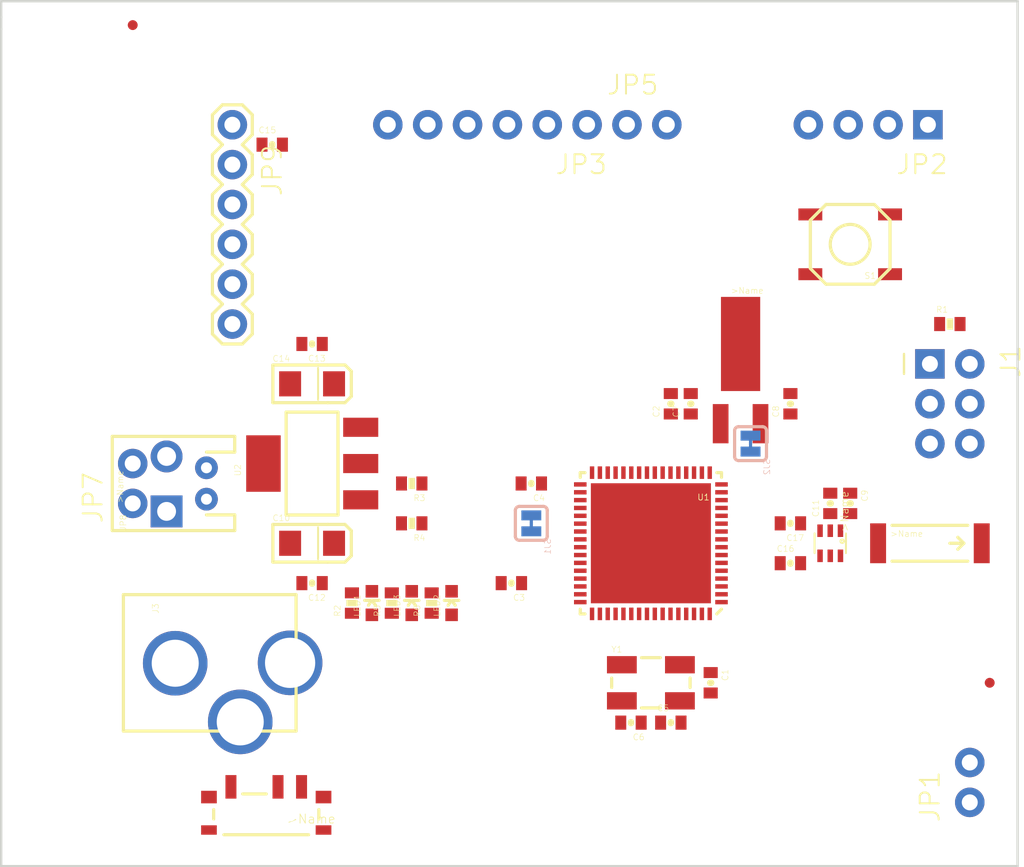
<source format=kicad_pcb>
(kicad_pcb (version 20171130) (host pcbnew "(5.1.7-0-10_14)")

  (general
    (thickness 1.6)
    (drawings 7)
    (tracks 599)
    (zones 0)
    (modules 48)
    (nets 63)
  )

  (page A4)
  (layers
    (0 Top signal)
    (31 Bottom signal)
    (32 B.Adhes user)
    (33 F.Adhes user)
    (34 B.Paste user)
    (35 F.Paste user)
    (36 B.SilkS user)
    (37 F.SilkS user)
    (38 B.Mask user)
    (39 F.Mask user)
    (40 Dwgs.User user)
    (41 Cmts.User user)
    (42 Eco1.User user)
    (43 Eco2.User user)
    (44 Edge.Cuts user)
    (45 Margin user)
    (46 B.CrtYd user)
    (47 F.CrtYd user)
    (48 B.Fab user)
    (49 F.Fab user)
  )

  (setup
    (last_trace_width 0.25)
    (trace_clearance 0.2)
    (zone_clearance 0.508)
    (zone_45_only no)
    (trace_min 0.2)
    (via_size 0.8)
    (via_drill 0.4)
    (via_min_size 0.4)
    (via_min_drill 0.3)
    (uvia_size 0.3)
    (uvia_drill 0.1)
    (uvias_allowed no)
    (uvia_min_size 0.2)
    (uvia_min_drill 0.1)
    (edge_width 0.05)
    (segment_width 0.2)
    (pcb_text_width 0.3)
    (pcb_text_size 1.5 1.5)
    (mod_edge_width 0.12)
    (mod_text_size 1 1)
    (mod_text_width 0.15)
    (pad_size 1.524 1.524)
    (pad_drill 0.762)
    (pad_to_mask_clearance 0.051)
    (solder_mask_min_width 0.25)
    (aux_axis_origin 0 0)
    (visible_elements FFFFEF7F)
    (pcbplotparams
      (layerselection 0x010fc_ffffffff)
      (usegerberextensions false)
      (usegerberattributes false)
      (usegerberadvancedattributes false)
      (creategerberjobfile false)
      (excludeedgelayer true)
      (linewidth 0.100000)
      (plotframeref false)
      (viasonmask false)
      (mode 1)
      (useauxorigin false)
      (hpglpennumber 1)
      (hpglpenspeed 20)
      (hpglpendiameter 15.000000)
      (psnegative false)
      (psa4output false)
      (plotreference true)
      (plotvalue true)
      (plotinvisibletext false)
      (padsonsilk false)
      (subtractmaskfromsilk false)
      (outputformat 1)
      (mirror false)
      (drillshape 1)
      (scaleselection 1)
      (outputdirectory ""))
  )

  (net 0 "")
  (net 1 GND)
  (net 2 N$3)
  (net 3 N$4)
  (net 4 DVDD)
  (net 5 AVDD)
  (net 6 N$5)
  (net 7 N$6)
  (net 8 RFN)
  (net 9 RFP)
  (net 10 RFANT)
  (net 11 RESET)
  (net 12 RSTON)
  (net 13 AREF)
  (net 14 A0)
  (net 15 A1)
  (net 16 A2)
  (net 17 A3)
  (net 18 A4)
  (net 19 A5)
  (net 20 A6)
  (net 21 A7)
  (net 22 PG5)
  (net 23 PG2)
  (net 24 PG1)
  (net 25 PG0)
  (net 26 PE7)
  (net 27 PE6)
  (net 28 PE5)
  (net 29 PE4)
  (net 30 PE3)
  (net 31 PE2)
  (net 32 TX0)
  (net 33 RX0)
  (net 34 PD7)
  (net 35 PD6)
  (net 36 PD5)
  (net 37 PD4)
  (net 38 TX1)
  (net 39 RX1)
  (net 40 SDA)
  (net 41 SCL)
  (net 42 PB7)
  (net 43 PB6)
  (net 44 PB5)
  (net 45 PB4)
  (net 46 S$1)
  (net 47 MISO)
  (net 48 S$2)
  (net 49 MOSI)
  (net 50 SCK)
  (net 51 SSN)
  (net 52 3.3V)
  (net 53 VCC)
  (net 54 DTR)
  (net 55 N$2)
  (net 56 N$7)
  (net 57 FB)
  (net 58 N$10)
  (net 59 N$11)
  (net 60 N$8)
  (net 61 N$13)
  (net 62 N$9)

  (net_class Default "This is the default net class."
    (clearance 0.2)
    (trace_width 0.25)
    (via_dia 0.8)
    (via_drill 0.4)
    (uvia_dia 0.3)
    (uvia_drill 0.1)
    (add_net 3.3V)
    (add_net A0)
    (add_net A1)
    (add_net A2)
    (add_net A3)
    (add_net A4)
    (add_net A5)
    (add_net A6)
    (add_net A7)
    (add_net AREF)
    (add_net AVDD)
    (add_net DTR)
    (add_net DVDD)
    (add_net FB)
    (add_net GND)
    (add_net MISO)
    (add_net MOSI)
    (add_net N$10)
    (add_net N$11)
    (add_net N$13)
    (add_net N$2)
    (add_net N$3)
    (add_net N$4)
    (add_net N$5)
    (add_net N$6)
    (add_net N$7)
    (add_net N$8)
    (add_net N$9)
    (add_net PB4)
    (add_net PB5)
    (add_net PB6)
    (add_net PB7)
    (add_net PD4)
    (add_net PD5)
    (add_net PD6)
    (add_net PD7)
    (add_net PE2)
    (add_net PE3)
    (add_net PE4)
    (add_net PE5)
    (add_net PE6)
    (add_net PE7)
    (add_net PG0)
    (add_net PG1)
    (add_net PG2)
    (add_net PG5)
    (add_net RESET)
    (add_net RFANT)
    (add_net RFN)
    (add_net RFP)
    (add_net RSTON)
    (add_net RX0)
    (add_net RX1)
    (add_net S$1)
    (add_net S$2)
    (add_net SCK)
    (add_net SCL)
    (add_net SDA)
    (add_net SSN)
    (add_net TX0)
    (add_net TX1)
    (add_net VCC)
  )

  (module SJ_2S-TRACE (layer Bottom) (tedit 60C3C235) (tstamp 5D7BFD11)
    (at 163.8681 105.6386 90)
    (descr "Solder jumper, small, shorted with trace. No paste layer. Trace is cuttable.")
    (fp_text reference SJ2 (at -0.9525 1.27 90) (layer B.SilkS)
      (effects (font (size 0.38608 0.38608) (thickness 0.030886)) (justify left bottom mirror))
    )
    (fp_text value "" (at -0.9525 -1.651 90) (layer B.Fab)
      (effects (font (size 0.38608 0.38608) (thickness 0.030886)) (justify left bottom mirror))
    )
    (fp_line (start 1.0795 0.762) (end 1.0795 -0.762) (layer B.SilkS) (width 0.2032))
    (fp_line (start -1.0795 -0.762) (end -1.0795 0.762) (layer B.SilkS) (width 0.2032))
    (fp_line (start -0.381 0) (end 0.381 0) (layer Bottom) (width 0.2032))
    (fp_line (start -0.8255 1.016) (end 0.8255 1.016) (layer B.SilkS) (width 0.2032))
    (fp_line (start 0.8255 -1.016) (end -0.8255 -1.016) (layer B.SilkS) (width 0.2032))
    (fp_arc (start 0.8255 -0.762) (end 0.8255 -1.016) (angle 90) (layer B.SilkS) (width 0.2032))
    (fp_arc (start -0.8255 -0.762) (end -1.0795 -0.762) (angle 90) (layer B.SilkS) (width 0.2032))
    (fp_arc (start -0.8255 0.762) (end -1.0795 0.762) (angle -90) (layer B.SilkS) (width 0.2032))
    (fp_arc (start 0.8255 0.762) (end 0.8255 1.016) (angle -90) (layer B.SilkS) (width 0.2032))
    (pad 2 smd rect (at 0.508 0 90) (size 0.635 1.27) (layers Bottom B.Mask)
      (net 1 GND) (solder_mask_margin 0.1016))
    (pad 1 smd rect (at -0.508 0 90) (size 0.635 1.27) (layers Bottom B.Mask)
      (net 1 GND) (solder_mask_margin 0.1016))
  )

  (module SJ_2S-TRACE (layer Bottom) (tedit 60C3C204) (tstamp 5D7BFD05)
    (at 149.8981 110.7186 90)
    (descr "Solder jumper, small, shorted with trace. No paste layer. Trace is cuttable.")
    (fp_text reference SJ1 (at -0.9525 1.27 90) (layer B.SilkS)
      (effects (font (size 0.38608 0.38608) (thickness 0.030886)) (justify left bottom mirror))
    )
    (fp_text value "" (at -0.9525 -1.651 90) (layer B.Fab)
      (effects (font (size 0.38608 0.38608) (thickness 0.030886)) (justify left bottom mirror))
    )
    (fp_line (start 1.0795 0.762) (end 1.0795 -0.762) (layer B.SilkS) (width 0.2032))
    (fp_line (start -1.0795 -0.762) (end -1.0795 0.762) (layer B.SilkS) (width 0.2032))
    (fp_line (start -0.381 0) (end 0.381 0) (layer Bottom) (width 0.2032))
    (fp_line (start -0.8255 1.016) (end 0.8255 1.016) (layer B.SilkS) (width 0.2032))
    (fp_line (start 0.8255 -1.016) (end -0.8255 -1.016) (layer B.SilkS) (width 0.2032))
    (fp_arc (start 0.8255 -0.762) (end 0.8255 -1.016) (angle 90) (layer B.SilkS) (width 0.2032))
    (fp_arc (start -0.8255 -0.762) (end -1.0795 -0.762) (angle 90) (layer B.SilkS) (width 0.2032))
    (fp_arc (start -0.8255 0.762) (end -1.0795 0.762) (angle -90) (layer B.SilkS) (width 0.2032))
    (fp_arc (start 0.8255 0.762) (end 0.8255 1.016) (angle -90) (layer B.SilkS) (width 0.2032))
    (pad 2 smd rect (at 0.508 0 90) (size 0.635 1.27) (layers Bottom B.Mask)
      (net 1 GND) (solder_mask_margin 0.1016))
    (pad 1 smd rect (at -0.508 0 90) (size 0.635 1.27) (layers Bottom B.Mask)
      (net 1 GND) (solder_mask_margin 0.1016))
  )

  (module TACTILE_SWITCH_SMD (layer Top) (tedit 60C377EE) (tstamp 5D7BFCD0)
    (at 170.2181 92.9386 180)
    (fp_text reference S1 (at -0.889 -1.778 180) (layer F.SilkS)
      (effects (font (size 0.38608 0.38608) (thickness 0.030886)) (justify left top))
    )
    (fp_text value "" (at 0 0 180) (layer F.SilkS) hide
      (effects (font (size 0.38608 0.38608) (thickness 0.030886)) (justify left top))
    )
    (fp_circle (center 0 0) (end 1.27 0) (layer F.SilkS) (width 0.2032))
    (fp_line (start 1.905 0.23) (end 1.905 1.115) (layer F.Fab) (width 0.127))
    (fp_line (start 1.905 -0.445) (end 2.16 0.01) (layer F.Fab) (width 0.127))
    (fp_line (start 1.905 -1.27) (end 1.905 -0.445) (layer F.Fab) (width 0.127))
    (fp_line (start 1.54 2.54) (end -1.54 2.54) (layer F.SilkS) (width 0.2032))
    (fp_line (start 2.54 1.54) (end 1.54 2.54) (layer F.SilkS) (width 0.2032))
    (fp_line (start 2.54 -1.54) (end 2.54 1.54) (layer F.SilkS) (width 0.2032))
    (fp_line (start 1.54 -2.54) (end 2.54 -1.54) (layer F.SilkS) (width 0.2032))
    (fp_line (start -1.54 -2.54) (end 1.54 -2.54) (layer F.SilkS) (width 0.2032))
    (fp_line (start -2.54 -1.54) (end -1.54 -2.54) (layer F.SilkS) (width 0.2032))
    (fp_line (start -2.54 1.54) (end -2.54 -1.54) (layer F.SilkS) (width 0.2032))
    (fp_line (start -1.54 2.54) (end -2.54 1.54) (layer F.SilkS) (width 0.2032))
    (fp_text user >Value (at -0.889 2.032) (layer F.Fab)
      (effects (font (size 0.38608 0.38608) (thickness 0.032512)) (justify right bottom))
    )
    (pad 4 smd rect (at 2.54 1.905 270) (size 0.762 1.524) (layers Top F.Paste F.Mask)
      (solder_mask_margin 0.1016))
    (pad 3 smd rect (at -2.54 1.905 270) (size 0.762 1.524) (layers Top F.Paste F.Mask)
      (net 1 GND) (solder_mask_margin 0.1016))
    (pad 2 smd rect (at 2.54 -1.905 270) (size 0.762 1.524) (layers Top F.Paste F.Mask)
      (solder_mask_margin 0.1016))
    (pad 1 smd rect (at -2.54 -1.905 270) (size 0.762 1.524) (layers Top F.Paste F.Mask)
      (net 11 RESET) (solder_mask_margin 0.1016))
  )

  (module EIA3216 (layer Top) (tedit 60C376FB) (tstamp 5D7BFE33)
    (at 135.9281 111.9886)
    (fp_text reference C10 (at -2.54 -1.381) (layer F.SilkS)
      (effects (font (size 0.38608 0.38608) (thickness 0.030886)) (justify left bottom))
    )
    (fp_text value 10uF (at 0.408 -1.332) (layer F.Fab)
      (effects (font (size 0.38608 0.38608) (thickness 0.030886)) (justify left bottom))
    )
    (fp_line (start 0.381 -1.016) (end 0.381 1.016) (layer F.SilkS) (width 0.127))
    (fp_line (start 2.1 -1.2) (end 1 -1.2) (layer F.SilkS) (width 0.2032))
    (fp_line (start 2.5 -0.8) (end 2.1 -1.2) (layer F.SilkS) (width 0.2032))
    (fp_line (start 2.5 0.8) (end 2.5 -0.8) (layer F.SilkS) (width 0.2032))
    (fp_line (start 2.1 1.2) (end 2.5 0.8) (layer F.SilkS) (width 0.2032))
    (fp_line (start 1 1.2) (end 2.1 1.2) (layer F.SilkS) (width 0.2032))
    (fp_line (start -2.5 -1.2) (end 1 -1.2) (layer F.SilkS) (width 0.2032))
    (fp_line (start -2.5 1.2) (end -2.5 -1.2) (layer F.SilkS) (width 0.2032))
    (fp_line (start 1 1.2) (end -2.5 1.2) (layer F.SilkS) (width 0.2032))
    (pad A smd rect (at 1.4 0 90) (size 1.6 1.4) (layers Top F.Paste F.Mask)
      (net 52 3.3V) (solder_mask_margin 0.1016))
    (pad C smd rect (at -1.4 0 90) (size 1.6 1.4) (layers Top F.Paste F.Mask)
      (net 1 GND) (solder_mask_margin 0.1016))
  )

  (module EIA3216 (layer Top) (tedit 60C376E0) (tstamp 5D7BFD42)
    (at 135.9281 101.8286)
    (fp_text reference C14 (at -2.54 -1.381) (layer F.SilkS)
      (effects (font (size 0.38608 0.38608) (thickness 0.030886)) (justify left bottom))
    )
    (fp_text value 10uF (at 0.408 -1.332) (layer F.Fab)
      (effects (font (size 0.38608 0.38608) (thickness 0.030886)) (justify left bottom))
    )
    (fp_line (start 0.381 -1.016) (end 0.381 1.016) (layer F.SilkS) (width 0.127))
    (fp_line (start 2.1 -1.2) (end 1 -1.2) (layer F.SilkS) (width 0.2032))
    (fp_line (start 2.5 -0.8) (end 2.1 -1.2) (layer F.SilkS) (width 0.2032))
    (fp_line (start 2.5 0.8) (end 2.5 -0.8) (layer F.SilkS) (width 0.2032))
    (fp_line (start 2.1 1.2) (end 2.5 0.8) (layer F.SilkS) (width 0.2032))
    (fp_line (start 1 1.2) (end 2.1 1.2) (layer F.SilkS) (width 0.2032))
    (fp_line (start -2.5 -1.2) (end 1 -1.2) (layer F.SilkS) (width 0.2032))
    (fp_line (start -2.5 1.2) (end -2.5 -1.2) (layer F.SilkS) (width 0.2032))
    (fp_line (start 1 1.2) (end -2.5 1.2) (layer F.SilkS) (width 0.2032))
    (pad A smd rect (at 1.4 0 90) (size 1.6 1.4) (layers Top F.Paste F.Mask)
      (net 53 VCC) (solder_mask_margin 0.1016))
    (pad C smd rect (at -1.4 0 90) (size 1.6 1.4) (layers Top F.Paste F.Mask)
      (net 1 GND) (solder_mask_margin 0.1016))
  )

  (module POWER_JACK_PTH_LOCK locked (layer Top) (tedit 60C37679) (tstamp 5D7BFD50)
    (at 128.27 119.6086 270)
    (fp_text reference J3 (at -3.81 2.54 90) (layer F.SilkS)
      (effects (font (size 0.38608 0.38608) (thickness 0.030886)) (justify right top))
    )
    (fp_text value POWER_JACKPTH_LOCK (at -3.81 3.81 90) (layer F.Fab)
      (effects (font (size 0.38608 0.38608) (thickness 0.030886)) (justify right top))
    )
    (fp_poly (pts (xy 1.2192 0.2286) (xy 1.2192 -0.0508) (xy -1.2192 -0.0508) (xy -1.2192 0.2286)) (layer F.Fab) (width 0))
    (fp_line (start -4.3476 4.366) (end 4.3476 4.366) (layer F.SilkS) (width 0.2032))
    (fp_line (start -4.3476 -6.6388) (end -2.4 -6.6388) (layer F.SilkS) (width 0.2032))
    (fp_line (start -4.3476 4.366) (end -4.3476 -6.6388) (layer F.SilkS) (width 0.2032))
    (fp_line (start 4.3476 -6.6388) (end 4.3476 -5.38) (layer F.SilkS) (width 0.2032))
    (fp_line (start 4.3476 4.366) (end 4.3476 -5.38) (layer F.SilkS) (width 0.2032))
    (fp_line (start 4.3476 7.52) (end -4.3476 7.52) (layer F.Fab) (width 0.2032))
    (fp_line (start 4.3476 7.52) (end 4.3476 4.3406) (layer F.Fab) (width 0.2032))
    (fp_line (start -4.3476 4.3406) (end -4.3476 7.52) (layer F.Fab) (width 0.2032))
    (fp_line (start 4.3476 -6.6388) (end -2.4 -6.6388) (layer F.SilkS) (width 0.2032))
    (pad GNDBREAK thru_hole circle (at 3.7616 -3.08) (size 4.1148 4.1148) (drill 2.9972) (layers *.Cu *.Mask)
      (net 1 GND) (solder_mask_margin 0.1016))
    (pad GND thru_hole circle (at 0.0254 1.063 270) (size 4.1148 4.1148) (drill 2.9972) (layers *.Cu *.Mask)
      (net 1 GND) (solder_mask_margin 0.1016))
    (pad PWR thru_hole circle (at 0 -6.2578 270) (size 4.1148 4.1148) (drill 3.2) (layers *.Cu *.Mask)
      (net 62 N$9) (solder_mask_margin 0.1016))
  )

  (module QFN-64 (layer Top) (tedit 0) (tstamp 5D7BFB96)
    (at 157.5181 111.9886 180)
    (fp_text reference U1 (at -3.766 3.1578) (layer F.SilkS)
      (effects (font (size 0.38608 0.38608) (thickness 0.046329)) (justify right top))
    )
    (fp_text value ATMEGA128RFA1 (at -3.766 3.77) (layer F.Fab)
      (effects (font (size 0.38608 0.38608) (thickness 0.046329)) (justify right top))
    )
    (fp_poly (pts (xy -1 1) (xy 1 1) (xy 1 -1) (xy -1 -1)) (layer F.Paste) (width 0))
    (fp_poly (pts (xy -1 -1.5) (xy 1 -1.5) (xy 1 -3.3) (xy -1 -3.3)) (layer F.Paste) (width 0))
    (fp_poly (pts (xy -1 3.3) (xy 1 3.3) (xy 1 1.5) (xy -1 1.5)) (layer F.Paste) (width 0))
    (fp_poly (pts (xy 1.5 1) (xy 3.3 1) (xy 3.3 -1) (xy 1.5 -1)) (layer F.Paste) (width 0))
    (fp_poly (pts (xy -3.3 1) (xy -1.5 1) (xy -1.5 -1) (xy -3.3 -1)) (layer F.Paste) (width 0))
    (fp_poly (pts (xy 1.5 -1.5) (xy 3.3 -1.5) (xy 3.3 -3.3) (xy 1.5 -3.3)) (layer F.Paste) (width 0))
    (fp_poly (pts (xy 1.5 3.3) (xy 3.3 3.3) (xy 3.3 1.5) (xy 1.5 1.5)) (layer F.Paste) (width 0))
    (fp_poly (pts (xy -3.3 -1.5) (xy -1.5 -1.5) (xy -1.5 -3.3) (xy -3.3 -3.3)) (layer F.Paste) (width 0))
    (fp_poly (pts (xy -3.3 3.3) (xy -1.5 3.3) (xy -1.5 1.5) (xy -3.3 1.5)) (layer F.Paste) (width 0))
    (fp_circle (center -3.442 -3.45) (end -3.242 -3.45) (layer F.Fab) (width 0.09))
    (fp_line (start -4.5 4.5) (end -4.2 4.5) (layer F.SilkS) (width 0.2032))
    (fp_line (start -4.5 4.5) (end -4.5 4.2) (layer F.SilkS) (width 0.2032))
    (fp_line (start 4.5 4.5) (end 4.2 4.5) (layer F.SilkS) (width 0.2032))
    (fp_line (start 4.5 4.5) (end 4.5 4.2) (layer F.SilkS) (width 0.2032))
    (fp_line (start 4.5 -4.5) (end 4.5 -4.2) (layer F.SilkS) (width 0.2032))
    (fp_line (start 4.5 -4.5) (end 4.2 -4.5) (layer F.SilkS) (width 0.2032))
    (fp_line (start -4.5 -4.2) (end -4.2 -4.5) (layer F.SilkS) (width 0.2032))
    (fp_line (start -4.5 -4.5) (end -4.5 4.5) (layer F.Fab) (width 0.09))
    (fp_line (start 4.5 -4.5) (end -4.5 -4.5) (layer F.Fab) (width 0.09))
    (fp_line (start 4.5 4.5) (end 4.5 -4.5) (layer F.Fab) (width 0.09))
    (fp_line (start -4.5 4.5) (end 4.5 4.5) (layer F.Fab) (width 0.09))
    (pad 65 smd rect (at 0 0 180) (size 7.65 7.65) (layers Top F.Mask)
      (net 1 GND) (solder_mask_margin 0.1016))
    (pad 64 smd rect (at -3.75 -4.5 180) (size 0.28 0.8) (layers Top F.Paste F.Mask)
      (net 15 A1) (solder_mask_margin 0.1016))
    (pad 63 smd rect (at -3.25 -4.5 180) (size 0.28 0.8) (layers Top F.Paste F.Mask)
      (net 14 A0) (solder_mask_margin 0.1016))
    (pad 62 smd rect (at -2.75 -4.5 180) (size 0.28 0.8) (layers Top F.Paste F.Mask)
      (net 13 AREF) (solder_mask_margin 0.1016))
    (pad 61 smd rect (at -2.25 -4.5 180) (size 0.28 0.8) (layers Top F.Paste F.Mask)
      (net 1 GND) (solder_mask_margin 0.1016))
    (pad 60 smd rect (at -1.75 -4.5 180) (size 0.28 0.8) (layers Top F.Paste F.Mask)
      (net 5 AVDD) (solder_mask_margin 0.1016))
    (pad 59 smd rect (at -1.25 -4.5 180) (size 0.28 0.8) (layers Top F.Paste F.Mask)
      (net 52 3.3V) (solder_mask_margin 0.1016))
    (pad 58 smd rect (at -0.75 -4.5 180) (size 0.28 0.8) (layers Top F.Paste F.Mask)
      (net 1 GND) (solder_mask_margin 0.1016))
    (pad 57 smd rect (at -0.25 -4.5 180) (size 0.28 0.8) (layers Top F.Paste F.Mask)
      (net 2 N$3) (solder_mask_margin 0.1016))
    (pad 56 smd rect (at 0.25 -4.5 180) (size 0.28 0.8) (layers Top F.Paste F.Mask)
      (net 3 N$4) (solder_mask_margin 0.1016))
    (pad 55 smd rect (at 0.75 -4.5 180) (size 0.28 0.8) (layers Top F.Paste F.Mask)
      (net 1 GND) (solder_mask_margin 0.1016))
    (pad 54 smd rect (at 1.25 -4.5 180) (size 0.28 0.8) (layers Top F.Paste F.Mask)
      (net 52 3.3V) (solder_mask_margin 0.1016))
    (pad 53 smd rect (at 1.75 -4.5 180) (size 0.28 0.8) (layers Top F.Paste F.Mask)
      (net 26 PE7) (solder_mask_margin 0.1016))
    (pad 52 smd rect (at 2.25 -4.5 180) (size 0.28 0.8) (layers Top F.Paste F.Mask)
      (net 27 PE6) (solder_mask_margin 0.1016))
    (pad 51 smd rect (at 2.75 -4.5 180) (size 0.28 0.8) (layers Top F.Paste F.Mask)
      (net 28 PE5) (solder_mask_margin 0.1016))
    (pad 50 smd rect (at 3.25 -4.5 180) (size 0.28 0.8) (layers Top F.Paste F.Mask)
      (net 29 PE4) (solder_mask_margin 0.1016))
    (pad 49 smd rect (at 3.75 -4.5 180) (size 0.28 0.8) (layers Top F.Paste F.Mask)
      (net 30 PE3) (solder_mask_margin 0.1016))
    (pad 48 smd rect (at 4.5 -3.75 270) (size 0.28 0.8) (layers Top F.Paste F.Mask)
      (net 31 PE2) (solder_mask_margin 0.1016))
    (pad 47 smd rect (at 4.5 -3.25 270) (size 0.28 0.8) (layers Top F.Paste F.Mask)
      (net 32 TX0) (solder_mask_margin 0.1016))
    (pad 46 smd rect (at 4.5 -2.75 270) (size 0.28 0.8) (layers Top F.Paste F.Mask)
      (net 33 RX0) (solder_mask_margin 0.1016))
    (pad 45 smd rect (at 4.5 -2.25 270) (size 0.28 0.8) (layers Top F.Paste F.Mask)
      (net 1 GND) (solder_mask_margin 0.1016))
    (pad 44 smd rect (at 4.5 -1.75 270) (size 0.28 0.8) (layers Top F.Paste F.Mask)
      (net 52 3.3V) (solder_mask_margin 0.1016))
    (pad 43 smd rect (at 4.5 -1.25 270) (size 0.28 0.8) (layers Top F.Paste F.Mask)
      (net 42 PB7) (solder_mask_margin 0.1016))
    (pad 42 smd rect (at 4.5 -0.75 270) (size 0.28 0.8) (layers Top F.Paste F.Mask)
      (net 43 PB6) (solder_mask_margin 0.1016))
    (pad 41 smd rect (at 4.5 -0.25 270) (size 0.28 0.8) (layers Top F.Paste F.Mask)
      (net 44 PB5) (solder_mask_margin 0.1016))
    (pad 40 smd rect (at 4.5 0.25 270) (size 0.28 0.8) (layers Top F.Paste F.Mask)
      (net 45 PB4) (solder_mask_margin 0.1016))
    (pad 39 smd rect (at 4.5 0.75 270) (size 0.28 0.8) (layers Top F.Paste F.Mask)
      (net 47 MISO) (solder_mask_margin 0.1016))
    (pad 38 smd rect (at 4.5 1.25 270) (size 0.28 0.8) (layers Top F.Paste F.Mask)
      (net 48 S$2) (solder_mask_margin 0.1016))
    (pad 37 smd rect (at 4.5 1.75 270) (size 0.28 0.8) (layers Top F.Paste F.Mask)
      (net 50 SCK) (solder_mask_margin 0.1016))
    (pad 36 smd rect (at 4.5 2.25 270) (size 0.28 0.8) (layers Top F.Paste F.Mask)
      (net 51 SSN) (solder_mask_margin 0.1016))
    (pad 35 smd rect (at 4.5 2.75 270) (size 0.28 0.8) (layers Top F.Paste F.Mask)
      (net 1 GND) (solder_mask_margin 0.1016))
    (pad 34 smd rect (at 4.5 3.25 270) (size 0.28 0.8) (layers Top F.Paste F.Mask)
      (net 52 3.3V) (solder_mask_margin 0.1016))
    (pad 33 smd rect (at 4.5 3.75 270) (size 0.28 0.8) (layers Top F.Paste F.Mask)
      (net 1 GND) (solder_mask_margin 0.1016))
    (pad 32 smd rect (at 3.75 4.5 180) (size 0.28 0.8) (layers Top F.Paste F.Mask)
      (net 34 PD7) (solder_mask_margin 0.1016))
    (pad 31 smd rect (at 3.25 4.5 180) (size 0.28 0.8) (layers Top F.Paste F.Mask)
      (net 35 PD6) (solder_mask_margin 0.1016))
    (pad 30 smd rect (at 2.75 4.5 180) (size 0.28 0.8) (layers Top F.Paste F.Mask)
      (net 36 PD5) (solder_mask_margin 0.1016))
    (pad 29 smd rect (at 2.25 4.5 180) (size 0.28 0.8) (layers Top F.Paste F.Mask)
      (net 37 PD4) (solder_mask_margin 0.1016))
    (pad 11 smd rect (at -4.5 1.25 90) (size 0.28 0.8) (layers Top F.Paste F.Mask)
      (net 1 GND) (solder_mask_margin 0.1016))
    (pad 20 smd rect (at -2.25 4.5) (size 0.28 0.8) (layers Top F.Paste F.Mask)
      (net 1 GND) (solder_mask_margin 0.1016))
    (pad 19 smd rect (at -2.75 4.5) (size 0.28 0.8) (layers Top F.Paste F.Mask)
      (net 22 PG5) (solder_mask_margin 0.1016))
    (pad 12 smd rect (at -4.5 1.75 90) (size 0.28 0.8) (layers Top F.Paste F.Mask)
      (net 11 RESET) (solder_mask_margin 0.1016))
    (pad 13 smd rect (at -4.5 2.25 90) (size 0.28 0.8) (layers Top F.Paste F.Mask)
      (net 12 RSTON) (solder_mask_margin 0.1016))
    (pad 18 smd rect (at -3.25 4.5) (size 0.28 0.8) (layers Top F.Paste F.Mask)
      (net 6 N$5) (solder_mask_margin 0.1016))
    (pad 17 smd rect (at -3.75 4.5) (size 0.28 0.8) (layers Top F.Paste F.Mask)
      (net 7 N$6) (solder_mask_margin 0.1016))
    (pad 14 smd rect (at -4.5 2.75 90) (size 0.28 0.8) (layers Top F.Paste F.Mask)
      (net 25 PG0) (solder_mask_margin 0.1016))
    (pad 15 smd rect (at -4.5 3.25 270) (size 0.28 0.8) (layers Top F.Paste F.Mask)
      (net 24 PG1) (solder_mask_margin 0.1016))
    (pad 16 smd rect (at -4.5 3.75 270) (size 0.28 0.8) (layers Top F.Paste F.Mask)
      (net 23 PG2) (solder_mask_margin 0.1016))
    (pad 1 smd rect (at -4.5 -3.75 90) (size 0.28 0.8) (layers Top F.Paste F.Mask)
      (net 16 A2) (solder_mask_margin 0.1016))
    (pad 10 smd rect (at -4.5 0.75 90) (size 0.28 0.8) (layers Top F.Paste F.Mask)
      (net 1 GND) (solder_mask_margin 0.1016))
    (pad 9 smd rect (at -4.5 0.25 90) (size 0.28 0.8) (layers Top F.Paste F.Mask)
      (net 8 RFN) (solder_mask_margin 0.1016))
    (pad 2 smd rect (at -4.5 -3.25 90) (size 0.28 0.8) (layers Top F.Paste F.Mask)
      (net 17 A3) (solder_mask_margin 0.1016))
    (pad 3 smd rect (at -4.5 -2.75 90) (size 0.28 0.8) (layers Top F.Paste F.Mask)
      (net 18 A4) (solder_mask_margin 0.1016))
    (pad 8 smd rect (at -4.5 -0.25 90) (size 0.28 0.8) (layers Top F.Paste F.Mask)
      (net 9 RFP) (solder_mask_margin 0.1016))
    (pad 7 smd rect (at -4.5 -0.75 90) (size 0.28 0.8) (layers Top F.Paste F.Mask)
      (net 1 GND) (solder_mask_margin 0.1016))
    (pad 4 smd rect (at -4.5 -2.25 90) (size 0.28 0.8) (layers Top F.Paste F.Mask)
      (net 19 A5) (solder_mask_margin 0.1016))
    (pad 5 smd rect (at -4.5 -1.75 90) (size 0.28 0.8) (layers Top F.Paste F.Mask)
      (net 20 A6) (solder_mask_margin 0.1016))
    (pad 6 smd rect (at -4.5 -1.25 90) (size 0.28 0.8) (layers Top F.Paste F.Mask)
      (net 21 A7) (solder_mask_margin 0.1016))
    (pad 21 smd rect (at -1.75 4.5) (size 0.28 0.8) (layers Top F.Paste F.Mask)
      (net 4 DVDD) (solder_mask_margin 0.1016))
    (pad 22 smd rect (at -1.25 4.5) (size 0.28 0.8) (layers Top F.Paste F.Mask)
      (net 4 DVDD) (solder_mask_margin 0.1016))
    (pad 23 smd rect (at -0.75 4.5) (size 0.28 0.8) (layers Top F.Paste F.Mask)
      (net 52 3.3V) (solder_mask_margin 0.1016))
    (pad 28 smd rect (at 1.75 4.5) (size 0.28 0.8) (layers Top F.Paste F.Mask)
      (net 38 TX1) (solder_mask_margin 0.1016))
    (pad 27 smd rect (at 1.25 4.5) (size 0.28 0.8) (layers Top F.Paste F.Mask)
      (net 39 RX1) (solder_mask_margin 0.1016))
    (pad 24 smd rect (at -0.25 4.5) (size 0.28 0.8) (layers Top F.Paste F.Mask)
      (net 1 GND) (solder_mask_margin 0.1016))
    (pad 25 smd rect (at 0.25 4.5) (size 0.28 0.8) (layers Top F.Paste F.Mask)
      (net 41 SCL) (solder_mask_margin 0.1016))
    (pad 26 smd rect (at 0.75 4.5) (size 0.28 0.8) (layers Top F.Paste F.Mask)
      (net 40 SDA) (solder_mask_margin 0.1016))
  )

  (module 0402-CAP (layer Top) (tedit 0) (tstamp 5D7BFBEF)
    (at 161.3281 120.8786 270)
    (descr "<b>CAPACITOR</b><p>\nchip")
    (fp_text reference C1 (at -0.889 -0.6985 90) (layer F.SilkS)
      (effects (font (size 0.38608 0.38608) (thickness 0.030886)) (justify right top))
    )
    (fp_text value 1uF (at -1.0795 1.143 90) (layer F.Fab)
      (effects (font (size 0.38608 0.38608) (thickness 0.030886)) (justify right top))
    )
    (fp_poly (pts (xy -0.1999 0.3) (xy 0.1999 0.3) (xy 0.1999 -0.3) (xy -0.1999 -0.3)) (layer F.Adhes) (width 0))
    (fp_poly (pts (xy 0.2588 0.3048) (xy 0.5588 0.3048) (xy 0.5588 -0.2951) (xy 0.2588 -0.2951)) (layer F.Fab) (width 0))
    (fp_poly (pts (xy -0.554 0.3048) (xy -0.254 0.3048) (xy -0.254 -0.2951) (xy -0.554 -0.2951)) (layer F.Fab) (width 0))
    (fp_line (start 0 -0.0305) (end 0 0.0305) (layer F.SilkS) (width 0.4064))
    (fp_line (start -1.473 0.483) (end -1.473 -0.483) (layer Dwgs.User) (width 0.0508))
    (fp_line (start 1.473 0.483) (end -1.473 0.483) (layer Dwgs.User) (width 0.0508))
    (fp_line (start 1.473 -0.483) (end 1.473 0.483) (layer Dwgs.User) (width 0.0508))
    (fp_line (start -1.473 -0.483) (end 1.473 -0.483) (layer Dwgs.User) (width 0.0508))
    (fp_line (start 0.245 0.224) (end -0.245 0.224) (layer F.Fab) (width 0.1524))
    (fp_line (start -0.245 -0.224) (end 0.245 -0.224) (layer F.Fab) (width 0.1524))
    (pad 2 smd rect (at 0.65 0 270) (size 0.7 0.9) (layers Top F.Paste F.Mask)
      (net 1 GND) (solder_mask_margin 0.1016))
    (pad 1 smd rect (at -0.65 0 270) (size 0.7 0.9) (layers Top F.Paste F.Mask)
      (net 5 AVDD) (solder_mask_margin 0.1016))
  )

  (module 0402-CAP (layer Top) (tedit 0) (tstamp 5D7BFBFE)
    (at 158.7881 103.0986 90)
    (descr "<b>CAPACITOR</b><p>\nchip")
    (fp_text reference C2 (at -0.889 -0.6985 90) (layer F.SilkS)
      (effects (font (size 0.38608 0.38608) (thickness 0.030886)) (justify left bottom))
    )
    (fp_text value 1uF (at -1.0795 1.143 90) (layer F.Fab)
      (effects (font (size 0.38608 0.38608) (thickness 0.030886)) (justify left bottom))
    )
    (fp_poly (pts (xy -0.1999 0.3) (xy 0.1999 0.3) (xy 0.1999 -0.3) (xy -0.1999 -0.3)) (layer F.Adhes) (width 0))
    (fp_poly (pts (xy 0.2588 0.3048) (xy 0.5588 0.3048) (xy 0.5588 -0.2951) (xy 0.2588 -0.2951)) (layer F.Fab) (width 0))
    (fp_poly (pts (xy -0.554 0.3048) (xy -0.254 0.3048) (xy -0.254 -0.2951) (xy -0.554 -0.2951)) (layer F.Fab) (width 0))
    (fp_line (start 0 -0.0305) (end 0 0.0305) (layer F.SilkS) (width 0.4064))
    (fp_line (start -1.473 0.483) (end -1.473 -0.483) (layer Dwgs.User) (width 0.0508))
    (fp_line (start 1.473 0.483) (end -1.473 0.483) (layer Dwgs.User) (width 0.0508))
    (fp_line (start 1.473 -0.483) (end 1.473 0.483) (layer Dwgs.User) (width 0.0508))
    (fp_line (start -1.473 -0.483) (end 1.473 -0.483) (layer Dwgs.User) (width 0.0508))
    (fp_line (start 0.245 0.224) (end -0.245 0.224) (layer F.Fab) (width 0.1524))
    (fp_line (start -0.245 -0.224) (end 0.245 -0.224) (layer F.Fab) (width 0.1524))
    (pad 2 smd rect (at 0.65 0 90) (size 0.7 0.9) (layers Top F.Paste F.Mask)
      (net 1 GND) (solder_mask_margin 0.1016))
    (pad 1 smd rect (at -0.65 0 90) (size 0.7 0.9) (layers Top F.Paste F.Mask)
      (net 4 DVDD) (solder_mask_margin 0.1016))
  )

  (module 0402-CAP (layer Top) (tedit 0) (tstamp 5D7BFC0D)
    (at 148.6281 114.5286 180)
    (descr "<b>CAPACITOR</b><p>\nchip")
    (fp_text reference C3 (at -0.889 -0.6985) (layer F.SilkS)
      (effects (font (size 0.38608 0.38608) (thickness 0.030886)) (justify right top))
    )
    (fp_text value 1uF (at -1.0795 1.143) (layer F.Fab)
      (effects (font (size 0.38608 0.38608) (thickness 0.030886)) (justify right top))
    )
    (fp_poly (pts (xy -0.1999 0.3) (xy 0.1999 0.3) (xy 0.1999 -0.3) (xy -0.1999 -0.3)) (layer F.Adhes) (width 0))
    (fp_poly (pts (xy 0.2588 0.3048) (xy 0.5588 0.3048) (xy 0.5588 -0.2951) (xy 0.2588 -0.2951)) (layer F.Fab) (width 0))
    (fp_poly (pts (xy -0.554 0.3048) (xy -0.254 0.3048) (xy -0.254 -0.2951) (xy -0.554 -0.2951)) (layer F.Fab) (width 0))
    (fp_line (start 0 -0.0305) (end 0 0.0305) (layer F.SilkS) (width 0.4064))
    (fp_line (start -1.473 0.483) (end -1.473 -0.483) (layer Dwgs.User) (width 0.0508))
    (fp_line (start 1.473 0.483) (end -1.473 0.483) (layer Dwgs.User) (width 0.0508))
    (fp_line (start 1.473 -0.483) (end 1.473 0.483) (layer Dwgs.User) (width 0.0508))
    (fp_line (start -1.473 -0.483) (end 1.473 -0.483) (layer Dwgs.User) (width 0.0508))
    (fp_line (start 0.245 0.224) (end -0.245 0.224) (layer F.Fab) (width 0.1524))
    (fp_line (start -0.245 -0.224) (end 0.245 -0.224) (layer F.Fab) (width 0.1524))
    (pad 2 smd rect (at 0.65 0 180) (size 0.7 0.9) (layers Top F.Paste F.Mask)
      (net 1 GND) (solder_mask_margin 0.1016))
    (pad 1 smd rect (at -0.65 0 180) (size 0.7 0.9) (layers Top F.Paste F.Mask)
      (net 52 3.3V) (solder_mask_margin 0.1016))
  )

  (module 0402-CAP (layer Top) (tedit 0) (tstamp 5D7BFC1C)
    (at 149.8981 108.1786 180)
    (descr "<b>CAPACITOR</b><p>\nchip")
    (fp_text reference C4 (at -0.889 -0.6985) (layer F.SilkS)
      (effects (font (size 0.38608 0.38608) (thickness 0.030886)) (justify right top))
    )
    (fp_text value 1uF (at -1.0795 1.143) (layer F.Fab)
      (effects (font (size 0.38608 0.38608) (thickness 0.030886)) (justify right top))
    )
    (fp_poly (pts (xy -0.1999 0.3) (xy 0.1999 0.3) (xy 0.1999 -0.3) (xy -0.1999 -0.3)) (layer F.Adhes) (width 0))
    (fp_poly (pts (xy 0.2588 0.3048) (xy 0.5588 0.3048) (xy 0.5588 -0.2951) (xy 0.2588 -0.2951)) (layer F.Fab) (width 0))
    (fp_poly (pts (xy -0.554 0.3048) (xy -0.254 0.3048) (xy -0.254 -0.2951) (xy -0.554 -0.2951)) (layer F.Fab) (width 0))
    (fp_line (start 0 -0.0305) (end 0 0.0305) (layer F.SilkS) (width 0.4064))
    (fp_line (start -1.473 0.483) (end -1.473 -0.483) (layer Dwgs.User) (width 0.0508))
    (fp_line (start 1.473 0.483) (end -1.473 0.483) (layer Dwgs.User) (width 0.0508))
    (fp_line (start 1.473 -0.483) (end 1.473 0.483) (layer Dwgs.User) (width 0.0508))
    (fp_line (start -1.473 -0.483) (end 1.473 -0.483) (layer Dwgs.User) (width 0.0508))
    (fp_line (start 0.245 0.224) (end -0.245 0.224) (layer F.Fab) (width 0.1524))
    (fp_line (start -0.245 -0.224) (end 0.245 -0.224) (layer F.Fab) (width 0.1524))
    (pad 2 smd rect (at 0.65 0 180) (size 0.7 0.9) (layers Top F.Paste F.Mask)
      (net 1 GND) (solder_mask_margin 0.1016))
    (pad 1 smd rect (at -0.65 0 180) (size 0.7 0.9) (layers Top F.Paste F.Mask)
      (net 52 3.3V) (solder_mask_margin 0.1016))
  )

  (module CRYSTAL-SMD-5X3 (layer Top) (tedit 0) (tstamp 5D7BFC2B)
    (at 157.5181 120.8786)
    (fp_text reference Y1 (at -2.54 -1.905) (layer F.SilkS)
      (effects (font (size 0.38608 0.38608) (thickness 0.030886)) (justify left bottom))
    )
    (fp_text value 16MHz (at -2.54 2.54) (layer F.Fab)
      (effects (font (size 0.38608 0.38608) (thickness 0.030886)) (justify left bottom))
    )
    (fp_line (start -2.5 -0.3) (end -2.5 0.3) (layer F.SilkS) (width 0.2032))
    (fp_line (start 0.6 1.6) (end -0.6 1.6) (layer F.SilkS) (width 0.2032))
    (fp_line (start 2.5 -0.3) (end 2.5 0.3) (layer F.SilkS) (width 0.2032))
    (fp_line (start -0.6 -1.6) (end 0.6 -1.6) (layer F.SilkS) (width 0.2032))
    (pad 2 smd rect (at 1.85 1.15) (size 1.9 1.1) (layers Top F.Paste F.Mask)
      (solder_mask_margin 0.1016))
    (pad 4 smd rect (at -1.85 -1.15) (size 1.9 1.1) (layers Top F.Paste F.Mask)
      (solder_mask_margin 0.1016))
    (pad 3 smd rect (at 1.85 -1.15) (size 1.9 1.1) (layers Top F.Paste F.Mask)
      (net 2 N$3) (solder_mask_margin 0.1016))
    (pad 1 smd rect (at -1.85 1.15) (size 1.9 1.1) (layers Top F.Paste F.Mask)
      (net 3 N$4) (solder_mask_margin 0.1016))
  )

  (module 0402-CAP (layer Top) (tedit 0) (tstamp 5D7BFC36)
    (at 158.7881 123.4186)
    (descr "<b>CAPACITOR</b><p>\nchip")
    (fp_text reference C5 (at -0.889 -0.6985) (layer F.SilkS)
      (effects (font (size 0.38608 0.38608) (thickness 0.030886)) (justify left bottom))
    )
    (fp_text value 12pF (at -1.0795 1.143) (layer F.Fab)
      (effects (font (size 0.38608 0.38608) (thickness 0.030886)) (justify left bottom))
    )
    (fp_poly (pts (xy -0.1999 0.3) (xy 0.1999 0.3) (xy 0.1999 -0.3) (xy -0.1999 -0.3)) (layer F.Adhes) (width 0))
    (fp_poly (pts (xy 0.2588 0.3048) (xy 0.5588 0.3048) (xy 0.5588 -0.2951) (xy 0.2588 -0.2951)) (layer F.Fab) (width 0))
    (fp_poly (pts (xy -0.554 0.3048) (xy -0.254 0.3048) (xy -0.254 -0.2951) (xy -0.554 -0.2951)) (layer F.Fab) (width 0))
    (fp_line (start 0 -0.0305) (end 0 0.0305) (layer F.SilkS) (width 0.4064))
    (fp_line (start -1.473 0.483) (end -1.473 -0.483) (layer Dwgs.User) (width 0.0508))
    (fp_line (start 1.473 0.483) (end -1.473 0.483) (layer Dwgs.User) (width 0.0508))
    (fp_line (start 1.473 -0.483) (end 1.473 0.483) (layer Dwgs.User) (width 0.0508))
    (fp_line (start -1.473 -0.483) (end 1.473 -0.483) (layer Dwgs.User) (width 0.0508))
    (fp_line (start 0.245 0.224) (end -0.245 0.224) (layer F.Fab) (width 0.1524))
    (fp_line (start -0.245 -0.224) (end 0.245 -0.224) (layer F.Fab) (width 0.1524))
    (pad 2 smd rect (at 0.65 0) (size 0.7 0.9) (layers Top F.Paste F.Mask)
      (net 1 GND) (solder_mask_margin 0.1016))
    (pad 1 smd rect (at -0.65 0) (size 0.7 0.9) (layers Top F.Paste F.Mask)
      (net 2 N$3) (solder_mask_margin 0.1016))
  )

  (module 0402-CAP (layer Top) (tedit 0) (tstamp 5D7BFC45)
    (at 156.2481 123.4186 180)
    (descr "<b>CAPACITOR</b><p>\nchip")
    (fp_text reference C6 (at -0.889 -0.6985) (layer F.SilkS)
      (effects (font (size 0.38608 0.38608) (thickness 0.030886)) (justify right top))
    )
    (fp_text value 12pF (at -1.0795 1.143) (layer F.Fab)
      (effects (font (size 0.38608 0.38608) (thickness 0.030886)) (justify right top))
    )
    (fp_poly (pts (xy -0.1999 0.3) (xy 0.1999 0.3) (xy 0.1999 -0.3) (xy -0.1999 -0.3)) (layer F.Adhes) (width 0))
    (fp_poly (pts (xy 0.2588 0.3048) (xy 0.5588 0.3048) (xy 0.5588 -0.2951) (xy 0.2588 -0.2951)) (layer F.Fab) (width 0))
    (fp_poly (pts (xy -0.554 0.3048) (xy -0.254 0.3048) (xy -0.254 -0.2951) (xy -0.554 -0.2951)) (layer F.Fab) (width 0))
    (fp_line (start 0 -0.0305) (end 0 0.0305) (layer F.SilkS) (width 0.4064))
    (fp_line (start -1.473 0.483) (end -1.473 -0.483) (layer Dwgs.User) (width 0.0508))
    (fp_line (start 1.473 0.483) (end -1.473 0.483) (layer Dwgs.User) (width 0.0508))
    (fp_line (start 1.473 -0.483) (end 1.473 0.483) (layer Dwgs.User) (width 0.0508))
    (fp_line (start -1.473 -0.483) (end 1.473 -0.483) (layer Dwgs.User) (width 0.0508))
    (fp_line (start 0.245 0.224) (end -0.245 0.224) (layer F.Fab) (width 0.1524))
    (fp_line (start -0.245 -0.224) (end 0.245 -0.224) (layer F.Fab) (width 0.1524))
    (pad 2 smd rect (at 0.65 0 180) (size 0.7 0.9) (layers Top F.Paste F.Mask)
      (net 1 GND) (solder_mask_margin 0.1016))
    (pad 1 smd rect (at -0.65 0 180) (size 0.7 0.9) (layers Top F.Paste F.Mask)
      (net 3 N$4) (solder_mask_margin 0.1016))
  )

  (module CRYSTAL-32KHZ-SMD (layer Top) (tedit 0) (tstamp 5D7BFC54)
    (at 163.2331 104.3686)
    (fp_text reference Y2 (at 0 0) (layer F.SilkS) hide
      (effects (font (size 0.38608 0.38608) (thickness 0.030886)) (justify left bottom))
    )
    (fp_text value 32.768kHz (at 0 0) (layer F.SilkS) hide
      (effects (font (size 0.38608 0.38608) (thickness 0.030886)) (justify left bottom))
    )
    (fp_text user >Value (at -0.635 1.905) (layer F.Fab)
      (effects (font (size 0.38608 0.38608) (thickness 0.032512)) (justify left bottom))
    )
    (fp_text user >Name (at -0.635 -8.255) (layer F.SilkS)
      (effects (font (size 0.38608 0.38608) (thickness 0.032512)) (justify left bottom))
    )
    (pad SHEILD smd rect (at 0 -5.08) (size 2.5 6) (layers Top F.Paste F.Mask)
      (solder_mask_margin 0.1016))
    (pad X2 smd rect (at 1.27 0) (size 1 2.5) (layers Top F.Paste F.Mask)
      (net 7 N$6) (solder_mask_margin 0.1016))
    (pad X1 smd rect (at -1.27 0) (size 1 2.5) (layers Top F.Paste F.Mask)
      (net 6 N$5) (solder_mask_margin 0.1016))
  )

  (module 0402-CAP (layer Top) (tedit 0) (tstamp 5D7BFC5C)
    (at 160.0581 103.0986 90)
    (descr "<b>CAPACITOR</b><p>\nchip")
    (fp_text reference C7 (at -0.889 -0.6985 90) (layer F.SilkS)
      (effects (font (size 0.38608 0.38608) (thickness 0.030886)) (justify left bottom))
    )
    (fp_text value 12pF (at -1.0795 1.143 90) (layer F.Fab)
      (effects (font (size 0.38608 0.38608) (thickness 0.030886)) (justify left bottom))
    )
    (fp_poly (pts (xy -0.1999 0.3) (xy 0.1999 0.3) (xy 0.1999 -0.3) (xy -0.1999 -0.3)) (layer F.Adhes) (width 0))
    (fp_poly (pts (xy 0.2588 0.3048) (xy 0.5588 0.3048) (xy 0.5588 -0.2951) (xy 0.2588 -0.2951)) (layer F.Fab) (width 0))
    (fp_poly (pts (xy -0.554 0.3048) (xy -0.254 0.3048) (xy -0.254 -0.2951) (xy -0.554 -0.2951)) (layer F.Fab) (width 0))
    (fp_line (start 0 -0.0305) (end 0 0.0305) (layer F.SilkS) (width 0.4064))
    (fp_line (start -1.473 0.483) (end -1.473 -0.483) (layer Dwgs.User) (width 0.0508))
    (fp_line (start 1.473 0.483) (end -1.473 0.483) (layer Dwgs.User) (width 0.0508))
    (fp_line (start 1.473 -0.483) (end 1.473 0.483) (layer Dwgs.User) (width 0.0508))
    (fp_line (start -1.473 -0.483) (end 1.473 -0.483) (layer Dwgs.User) (width 0.0508))
    (fp_line (start 0.245 0.224) (end -0.245 0.224) (layer F.Fab) (width 0.1524))
    (fp_line (start -0.245 -0.224) (end 0.245 -0.224) (layer F.Fab) (width 0.1524))
    (pad 2 smd rect (at 0.65 0 90) (size 0.7 0.9) (layers Top F.Paste F.Mask)
      (net 1 GND) (solder_mask_margin 0.1016))
    (pad 1 smd rect (at -0.65 0 90) (size 0.7 0.9) (layers Top F.Paste F.Mask)
      (net 6 N$5) (solder_mask_margin 0.1016))
  )

  (module 0402-CAP (layer Top) (tedit 0) (tstamp 5D7BFC6B)
    (at 166.4081 103.0986 90)
    (descr "<b>CAPACITOR</b><p>\nchip")
    (fp_text reference C8 (at -0.889 -0.6985 90) (layer F.SilkS)
      (effects (font (size 0.38608 0.38608) (thickness 0.030886)) (justify left bottom))
    )
    (fp_text value 12pF (at -1.0795 1.143 90) (layer F.Fab)
      (effects (font (size 0.38608 0.38608) (thickness 0.030886)) (justify left bottom))
    )
    (fp_poly (pts (xy -0.1999 0.3) (xy 0.1999 0.3) (xy 0.1999 -0.3) (xy -0.1999 -0.3)) (layer F.Adhes) (width 0))
    (fp_poly (pts (xy 0.2588 0.3048) (xy 0.5588 0.3048) (xy 0.5588 -0.2951) (xy 0.2588 -0.2951)) (layer F.Fab) (width 0))
    (fp_poly (pts (xy -0.554 0.3048) (xy -0.254 0.3048) (xy -0.254 -0.2951) (xy -0.554 -0.2951)) (layer F.Fab) (width 0))
    (fp_line (start 0 -0.0305) (end 0 0.0305) (layer F.SilkS) (width 0.4064))
    (fp_line (start -1.473 0.483) (end -1.473 -0.483) (layer Dwgs.User) (width 0.0508))
    (fp_line (start 1.473 0.483) (end -1.473 0.483) (layer Dwgs.User) (width 0.0508))
    (fp_line (start 1.473 -0.483) (end 1.473 0.483) (layer Dwgs.User) (width 0.0508))
    (fp_line (start -1.473 -0.483) (end 1.473 -0.483) (layer Dwgs.User) (width 0.0508))
    (fp_line (start 0.245 0.224) (end -0.245 0.224) (layer F.Fab) (width 0.1524))
    (fp_line (start -0.245 -0.224) (end 0.245 -0.224) (layer F.Fab) (width 0.1524))
    (pad 2 smd rect (at 0.65 0 90) (size 0.7 0.9) (layers Top F.Paste F.Mask)
      (net 1 GND) (solder_mask_margin 0.1016))
    (pad 1 smd rect (at -0.65 0 90) (size 0.7 0.9) (layers Top F.Paste F.Mask)
      (net 7 N$6) (solder_mask_margin 0.1016))
  )

  (module BALUN (layer Top) (tedit 0) (tstamp 5D7BFC7A)
    (at 168.9481 111.9886 180)
    (fp_text reference B1 (at 0 0 90) (layer F.SilkS) hide
      (effects (font (size 0.4826 0.4826) (thickness 0.038608)) (justify right top))
    )
    (fp_text value 748421245 (at 0 0 90) (layer F.SilkS) hide
      (effects (font (size 0.4826 0.4826) (thickness 0.038608)) (justify right top))
    )
    (fp_circle (center -0.76 0.13) (end -0.7153 0.13) (layer F.SilkS) (width 0.127))
    (fp_line (start 1 -0.625) (end 1 0.625) (layer F.SilkS) (width 0.127))
    (fp_line (start -1 -0.625) (end -1 0.625) (layer F.SilkS) (width 0.127))
    (fp_line (start -1 -0.625) (end -1 0.625) (layer F.Fab) (width 0.127))
    (fp_line (start 1 -0.625) (end -1 -0.625) (layer F.Fab) (width 0.127))
    (fp_line (start 1 0.625) (end 1 -0.625) (layer F.Fab) (width 0.127))
    (fp_line (start -1 0.625) (end 1 0.625) (layer F.Fab) (width 0.127))
    (fp_text user >Value (at 1.6 0.7 270) (layer F.Fab)
      (effects (font (size 0.4826 0.4826) (thickness 0.04064)) (justify left bottom))
    )
    (fp_text user >Name (at -1.2 0.7 270) (layer F.SilkS)
      (effects (font (size 0.4826 0.4826) (thickness 0.04064)) (justify left bottom))
    )
    (pad 4 smd rect (at 0.65 -0.8 180) (size 0.35 0.8) (layers Top F.Paste F.Mask)
      (net 58 N$10) (solder_mask_margin 0.1016))
    (pad 5 smd rect (at 0 -0.8 180) (size 0.35 0.8) (layers Top F.Paste F.Mask)
      (net 1 GND) (solder_mask_margin 0.1016))
    (pad 6 smd rect (at -0.65 -0.8 180) (size 0.35 0.8) (layers Top F.Paste F.Mask)
      (solder_mask_margin 0.1016))
    (pad 3 smd rect (at 0.65 0.8 180) (size 0.35 0.8) (layers Top F.Paste F.Mask)
      (net 59 N$11) (solder_mask_margin 0.1016))
    (pad 2 smd rect (at 0 0.8 180) (size 0.35 0.8) (layers Top F.Paste F.Mask)
      (net 56 N$7) (solder_mask_margin 0.1016))
    (pad 1 smd rect (at -0.65 0.8 180) (size 0.35 0.8) (layers Top F.Paste F.Mask)
      (net 10 RFANT) (solder_mask_margin 0.1016))
  )

  (module 0402-CAP (layer Top) (tedit 0) (tstamp 5D7BFC8C)
    (at 168.9481 109.4486 90)
    (descr "<b>CAPACITOR</b><p>\nchip")
    (fp_text reference C11 (at -0.889 -0.6985 90) (layer F.SilkS)
      (effects (font (size 0.38608 0.38608) (thickness 0.030886)) (justify left bottom))
    )
    (fp_text value 22pF (at -1.0795 1.143 90) (layer F.Fab)
      (effects (font (size 0.38608 0.38608) (thickness 0.030886)) (justify left bottom))
    )
    (fp_poly (pts (xy -0.1999 0.3) (xy 0.1999 0.3) (xy 0.1999 -0.3) (xy -0.1999 -0.3)) (layer F.Adhes) (width 0))
    (fp_poly (pts (xy 0.2588 0.3048) (xy 0.5588 0.3048) (xy 0.5588 -0.2951) (xy 0.2588 -0.2951)) (layer F.Fab) (width 0))
    (fp_poly (pts (xy -0.554 0.3048) (xy -0.254 0.3048) (xy -0.254 -0.2951) (xy -0.554 -0.2951)) (layer F.Fab) (width 0))
    (fp_line (start 0 -0.0305) (end 0 0.0305) (layer F.SilkS) (width 0.4064))
    (fp_line (start -1.473 0.483) (end -1.473 -0.483) (layer Dwgs.User) (width 0.0508))
    (fp_line (start 1.473 0.483) (end -1.473 0.483) (layer Dwgs.User) (width 0.0508))
    (fp_line (start 1.473 -0.483) (end 1.473 0.483) (layer Dwgs.User) (width 0.0508))
    (fp_line (start -1.473 -0.483) (end 1.473 -0.483) (layer Dwgs.User) (width 0.0508))
    (fp_line (start 0.245 0.224) (end -0.245 0.224) (layer F.Fab) (width 0.1524))
    (fp_line (start -0.245 -0.224) (end 0.245 -0.224) (layer F.Fab) (width 0.1524))
    (pad 2 smd rect (at 0.65 0 90) (size 0.7 0.9) (layers Top F.Paste F.Mask)
      (net 1 GND) (solder_mask_margin 0.1016))
    (pad 1 smd rect (at -0.65 0 90) (size 0.7 0.9) (layers Top F.Paste F.Mask)
      (net 56 N$7) (solder_mask_margin 0.1016))
  )

  (module 0402-RES (layer Top) (tedit 0) (tstamp 5D7BFC9B)
    (at 176.5681 98.0186)
    (descr "<b>CAPACITOR</b><p>\nchip")
    (fp_text reference R1 (at -0.889 -0.6985) (layer F.SilkS)
      (effects (font (size 0.38608 0.38608) (thickness 0.030886)) (justify left bottom))
    )
    (fp_text value 10k (at -1.0795 1.143) (layer F.Fab)
      (effects (font (size 0.38608 0.38608) (thickness 0.030886)) (justify left bottom))
    )
    (fp_poly (pts (xy -0.2032 0.3556) (xy 0.2032 0.3556) (xy 0.2032 -0.3556) (xy -0.2032 -0.3556)) (layer F.SilkS) (width 0))
    (fp_poly (pts (xy -0.1999 0.3) (xy 0.1999 0.3) (xy 0.1999 -0.3) (xy -0.1999 -0.3)) (layer F.Adhes) (width 0))
    (fp_poly (pts (xy 0.2588 0.3048) (xy 0.5588 0.3048) (xy 0.5588 -0.2951) (xy 0.2588 -0.2951)) (layer F.Fab) (width 0))
    (fp_poly (pts (xy -0.554 0.3048) (xy -0.254 0.3048) (xy -0.254 -0.2951) (xy -0.554 -0.2951)) (layer F.Fab) (width 0))
    (fp_line (start -1.473 0.483) (end -1.473 -0.483) (layer Dwgs.User) (width 0.0508))
    (fp_line (start 1.473 0.483) (end -1.473 0.483) (layer Dwgs.User) (width 0.0508))
    (fp_line (start 1.473 -0.483) (end 1.473 0.483) (layer Dwgs.User) (width 0.0508))
    (fp_line (start -1.473 -0.483) (end 1.473 -0.483) (layer Dwgs.User) (width 0.0508))
    (fp_line (start 0.245 0.224) (end -0.245 0.224) (layer F.Fab) (width 0.1524))
    (fp_line (start -0.245 -0.224) (end 0.245 -0.224) (layer F.Fab) (width 0.1524))
    (pad 2 smd rect (at 0.65 0) (size 0.7 0.9) (layers Top F.Paste F.Mask)
      (net 52 3.3V) (solder_mask_margin 0.1016))
    (pad 1 smd rect (at -0.65 0) (size 0.7 0.9) (layers Top F.Paste F.Mask)
      (net 11 RESET) (solder_mask_margin 0.1016))
  )

  (module 2X3-NS locked (layer Top) (tedit 0) (tstamp 5D7BFCAA)
    (at 176.5681 103.0986 270)
    (fp_text reference J1 (at -3.81 -3.175 90) (layer F.SilkS)
      (effects (font (size 1.2065 1.2065) (thickness 0.12065)) (justify right top))
    )
    (fp_text value ISP (at -3.81 4.445 90) (layer F.Fab)
      (effects (font (size 1.2065 1.2065) (thickness 0.09652)) (justify right top))
    )
    (fp_poly (pts (xy 2.286 1.524) (xy 2.794 1.524) (xy 2.794 1.016) (xy 2.286 1.016)) (layer F.Fab) (width 0))
    (fp_poly (pts (xy 2.286 -1.016) (xy 2.794 -1.016) (xy 2.794 -1.524) (xy 2.286 -1.524)) (layer F.Fab) (width 0))
    (fp_poly (pts (xy -0.254 1.524) (xy 0.254 1.524) (xy 0.254 1.016) (xy -0.254 1.016)) (layer F.Fab) (width 0))
    (fp_poly (pts (xy -0.254 -1.016) (xy 0.254 -1.016) (xy 0.254 -1.524) (xy -0.254 -1.524)) (layer F.Fab) (width 0))
    (fp_poly (pts (xy -2.794 -1.016) (xy -2.286 -1.016) (xy -2.286 -1.524) (xy -2.794 -1.524)) (layer F.Fab) (width 0))
    (fp_poly (pts (xy -2.794 1.524) (xy -2.286 1.524) (xy -2.286 1.016) (xy -2.794 1.016)) (layer F.Fab) (width 0))
    (fp_line (start -1.905 2.875) (end -3.175 2.875) (layer F.Fab) (width 0.2032))
    (fp_line (start -3.175 2.54) (end -1.905 2.54) (layer F.Fab) (width 0.2032))
    (fp_line (start -0.635 2.54) (end 0.635 2.54) (layer F.Fab) (width 0.2032))
    (fp_line (start 1.905 2.54) (end 3.175 2.54) (layer F.Fab) (width 0.2032))
    (fp_line (start 3.81 -1.905) (end 3.81 1.905) (layer F.Fab) (width 0.2032))
    (fp_line (start 1.27 -1.905) (end 1.27 1.905) (layer F.Fab) (width 0.2032))
    (fp_line (start -1.27 -1.905) (end -1.27 1.905) (layer F.Fab) (width 0.2032))
    (fp_line (start 3.175 -2.54) (end 3.81 -1.905) (layer F.Fab) (width 0.2032))
    (fp_line (start 1.905 -2.54) (end 3.175 -2.54) (layer F.Fab) (width 0.2032))
    (fp_line (start 1.27 -1.905) (end 1.905 -2.54) (layer F.Fab) (width 0.2032))
    (fp_line (start 0.635 -2.54) (end 1.27 -1.905) (layer F.Fab) (width 0.2032))
    (fp_line (start -0.635 -2.54) (end 0.635 -2.54) (layer F.Fab) (width 0.2032))
    (fp_line (start -1.27 -1.905) (end -0.635 -2.54) (layer F.Fab) (width 0.2032))
    (fp_line (start -1.905 -2.54) (end -1.27 -1.905) (layer F.Fab) (width 0.2032))
    (fp_line (start -3.175 -2.54) (end -1.905 -2.54) (layer F.Fab) (width 0.2032))
    (fp_line (start -3.81 -1.905) (end -3.175 -2.54) (layer F.Fab) (width 0.2032))
    (fp_line (start -3.81 1.905) (end -3.81 -1.905) (layer F.Fab) (width 0.2032))
    (fp_line (start 3.175 2.54) (end 3.81 1.905) (layer F.Fab) (width 0.2032))
    (fp_line (start 1.27 1.905) (end 1.905 2.54) (layer F.Fab) (width 0.2032))
    (fp_line (start 0.635 2.54) (end 1.27 1.905) (layer F.Fab) (width 0.2032))
    (fp_line (start -1.27 1.905) (end -0.635 2.54) (layer F.Fab) (width 0.2032))
    (fp_line (start -1.905 2.54) (end -1.27 1.905) (layer F.Fab) (width 0.2032))
    (fp_line (start -3.81 1.905) (end -3.175 2.54) (layer F.Fab) (width 0.2032))
    (pad 6 thru_hole circle (at 2.54 -1.27 270) (size 1.8796 1.8796) (drill 1.016) (layers *.Cu *.Mask)
      (net 1 GND) (solder_mask_margin 0.1016))
    (pad 5 thru_hole circle (at 2.54 1.27 270) (size 1.8796 1.8796) (drill 1.016) (layers *.Cu *.Mask)
      (net 11 RESET) (solder_mask_margin 0.1016))
    (pad 4 thru_hole circle (at 0 -1.27 270) (size 1.8796 1.8796) (drill 1.016) (layers *.Cu *.Mask)
      (net 49 MOSI) (solder_mask_margin 0.1016))
    (pad 3 thru_hole circle (at 0 1.27 270) (size 1.8796 1.8796) (drill 1.016) (layers *.Cu *.Mask)
      (net 50 SCK) (solder_mask_margin 0.1016))
    (pad 2 thru_hole circle (at -2.54 -1.27 270) (size 1.8796 1.8796) (drill 1.016) (layers *.Cu *.Mask)
      (net 52 3.3V) (solder_mask_margin 0.1016))
    (pad 1 thru_hole rect (at -2.54 1.27 270) (size 1.8796 1.8796) (drill 1.016) (layers *.Cu *.Mask)
      (net 46 S$1) (solder_mask_margin 0.1016))
  )

  (module 1X02_NO_SILK locked (layer Top) (tedit 0) (tstamp 5D7BFCE4)
    (at 177.8381 128.4986 90)
    (fp_text reference JP1 (at -1.3462 -1.8288 90) (layer F.SilkS)
      (effects (font (size 1.2065 1.2065) (thickness 0.12065)) (justify left bottom))
    )
    (fp_text value "" (at -1.27 3.175 90) (layer F.Fab)
      (effects (font (size 1.2065 1.2065) (thickness 0.09652)) (justify left bottom))
    )
    (fp_poly (pts (xy -0.254 0.254) (xy 0.254 0.254) (xy 0.254 -0.254) (xy -0.254 -0.254)) (layer F.Fab) (width 0))
    (fp_poly (pts (xy 2.286 0.254) (xy 2.794 0.254) (xy 2.794 -0.254) (xy 2.286 -0.254)) (layer F.Fab) (width 0))
    (pad 2 thru_hole circle (at 2.54 0 180) (size 1.8796 1.8796) (drill 1.016) (layers *.Cu *.Mask)
      (net 21 A7) (solder_mask_margin 0.1016))
    (pad 1 thru_hole circle (at 0 0 180) (size 1.8796 1.8796) (drill 1.016) (layers *.Cu *.Mask)
      (net 20 A6) (solder_mask_margin 0.1016))
  )

  (module 1X04_NO_SILK locked (layer Top) (tedit 0) (tstamp 5D7BFCEB)
    (at 175.1711 85.3186 180)
    (fp_text reference JP2 (at -1.3462 -1.8288) (layer F.SilkS)
      (effects (font (size 1.2065 1.2065) (thickness 0.12065)) (justify right top))
    )
    (fp_text value "" (at -1.27 3.175) (layer F.Fab)
      (effects (font (size 1.2065 1.2065) (thickness 0.09652)) (justify right top))
    )
    (fp_poly (pts (xy -0.254 0.254) (xy 0.254 0.254) (xy 0.254 -0.254) (xy -0.254 -0.254)) (layer F.Fab) (width 0))
    (fp_poly (pts (xy 2.286 0.254) (xy 2.794 0.254) (xy 2.794 -0.254) (xy 2.286 -0.254)) (layer F.Fab) (width 0))
    (fp_poly (pts (xy 4.826 0.254) (xy 5.334 0.254) (xy 5.334 -0.254) (xy 4.826 -0.254)) (layer F.Fab) (width 0))
    (fp_poly (pts (xy 7.366 0.254) (xy 7.874 0.254) (xy 7.874 -0.254) (xy 7.366 -0.254)) (layer F.Fab) (width 0))
    (pad 4 thru_hole circle (at 7.62 0 270) (size 1.8796 1.8796) (drill 1.016) (layers *.Cu *.Mask)
      (net 22 PG5) (solder_mask_margin 0.1016))
    (pad 3 thru_hole circle (at 5.08 0 270) (size 1.8796 1.8796) (drill 1.016) (layers *.Cu *.Mask)
      (net 23 PG2) (solder_mask_margin 0.1016))
    (pad 2 thru_hole circle (at 2.54 0 270) (size 1.8796 1.8796) (drill 1.016) (layers *.Cu *.Mask)
      (net 24 PG1) (solder_mask_margin 0.1016))
    (pad 1 thru_hole rect (at 0 0 270) (size 1.8796 1.8796) (drill 1.016) (layers *.Cu *.Mask)
      (net 25 PG0) (solder_mask_margin 0.1016))
  )

  (module 1X06_NS locked (layer Top) (tedit 0) (tstamp 5D7BFCF6)
    (at 153.4541 85.3186 180)
    (fp_text reference JP3 (at -1.3462 -1.8288) (layer F.SilkS)
      (effects (font (size 1.2065 1.2065) (thickness 0.12065)) (justify right top))
    )
    (fp_text value "" (at -1.27 3.175) (layer F.Fab)
      (effects (font (size 1.2065 1.2065) (thickness 0.09652)) (justify right top))
    )
    (fp_poly (pts (xy -0.254 0.254) (xy 0.254 0.254) (xy 0.254 -0.254) (xy -0.254 -0.254)) (layer F.Fab) (width 0))
    (fp_poly (pts (xy 2.286 0.254) (xy 2.794 0.254) (xy 2.794 -0.254) (xy 2.286 -0.254)) (layer F.Fab) (width 0))
    (fp_poly (pts (xy 4.826 0.254) (xy 5.334 0.254) (xy 5.334 -0.254) (xy 4.826 -0.254)) (layer F.Fab) (width 0))
    (fp_poly (pts (xy 7.366 0.254) (xy 7.874 0.254) (xy 7.874 -0.254) (xy 7.366 -0.254)) (layer F.Fab) (width 0))
    (fp_poly (pts (xy 9.906 0.254) (xy 10.414 0.254) (xy 10.414 -0.254) (xy 9.906 -0.254)) (layer F.Fab) (width 0))
    (fp_poly (pts (xy 12.446 0.254) (xy 12.954 0.254) (xy 12.954 -0.254) (xy 12.446 -0.254)) (layer F.Fab) (width 0))
    (pad 6 thru_hole circle (at 12.7 0 270) (size 1.8796 1.8796) (drill 1.016) (layers *.Cu *.Mask)
      (net 34 PD7) (solder_mask_margin 0.1016))
    (pad 5 thru_hole circle (at 10.16 0 270) (size 1.8796 1.8796) (drill 1.016) (layers *.Cu *.Mask)
      (net 35 PD6) (solder_mask_margin 0.1016))
    (pad 4 thru_hole circle (at 7.62 0 270) (size 1.8796 1.8796) (drill 1.016) (layers *.Cu *.Mask)
      (net 36 PD5) (solder_mask_margin 0.1016))
    (pad 3 thru_hole circle (at 5.08 0 270) (size 1.8796 1.8796) (drill 1.016) (layers *.Cu *.Mask)
      (net 37 PD4) (solder_mask_margin 0.1016))
    (pad 2 thru_hole circle (at 2.54 0 270) (size 1.8796 1.8796) (drill 1.016) (layers *.Cu *.Mask)
      (net 38 TX1) (solder_mask_margin 0.1016))
    (pad 1 thru_hole circle (at 0 0 270) (size 1.8796 1.8796) (drill 1.016) (layers *.Cu *.Mask)
      (net 39 RX1) (solder_mask_margin 0.1016))
  )

  (module 1X02_NO_SILK locked (layer Top) (tedit 0) (tstamp 5D7BFD1D)
    (at 155.9941 85.3186)
    (fp_text reference JP5 (at -1.3462 -1.8288) (layer F.SilkS)
      (effects (font (size 1.2065 1.2065) (thickness 0.12065)) (justify left bottom))
    )
    (fp_text value "" (at -1.27 3.175) (layer F.Fab)
      (effects (font (size 1.2065 1.2065) (thickness 0.09652)) (justify left bottom))
    )
    (fp_poly (pts (xy -0.254 0.254) (xy 0.254 0.254) (xy 0.254 -0.254) (xy -0.254 -0.254)) (layer F.Fab) (width 0))
    (fp_poly (pts (xy 2.286 0.254) (xy 2.794 0.254) (xy 2.794 -0.254) (xy 2.286 -0.254)) (layer F.Fab) (width 0))
    (pad 2 thru_hole circle (at 2.54 0 90) (size 1.8796 1.8796) (drill 1.016) (layers *.Cu *.Mask)
      (net 1 GND) (solder_mask_margin 0.1016))
    (pad 1 thru_hole circle (at 0 0 90) (size 1.8796 1.8796) (drill 1.016) (layers *.Cu *.Mask)
      (net 1 GND) (solder_mask_margin 0.1016))
  )

  (module 0402-CAP (layer Top) (tedit 0) (tstamp 5D7BFD24)
    (at 135.9281 114.5286 180)
    (descr "<b>CAPACITOR</b><p>\nchip")
    (fp_text reference C12 (at -0.889 -0.6985) (layer F.SilkS)
      (effects (font (size 0.38608 0.38608) (thickness 0.030886)) (justify right top))
    )
    (fp_text value 1uF (at -1.0795 1.143) (layer F.Fab)
      (effects (font (size 0.38608 0.38608) (thickness 0.030886)) (justify right top))
    )
    (fp_poly (pts (xy -0.1999 0.3) (xy 0.1999 0.3) (xy 0.1999 -0.3) (xy -0.1999 -0.3)) (layer F.Adhes) (width 0))
    (fp_poly (pts (xy 0.2588 0.3048) (xy 0.5588 0.3048) (xy 0.5588 -0.2951) (xy 0.2588 -0.2951)) (layer F.Fab) (width 0))
    (fp_poly (pts (xy -0.554 0.3048) (xy -0.254 0.3048) (xy -0.254 -0.2951) (xy -0.554 -0.2951)) (layer F.Fab) (width 0))
    (fp_line (start 0 -0.0305) (end 0 0.0305) (layer F.SilkS) (width 0.4064))
    (fp_line (start -1.473 0.483) (end -1.473 -0.483) (layer Dwgs.User) (width 0.0508))
    (fp_line (start 1.473 0.483) (end -1.473 0.483) (layer Dwgs.User) (width 0.0508))
    (fp_line (start 1.473 -0.483) (end 1.473 0.483) (layer Dwgs.User) (width 0.0508))
    (fp_line (start -1.473 -0.483) (end 1.473 -0.483) (layer Dwgs.User) (width 0.0508))
    (fp_line (start 0.245 0.224) (end -0.245 0.224) (layer F.Fab) (width 0.1524))
    (fp_line (start -0.245 -0.224) (end 0.245 -0.224) (layer F.Fab) (width 0.1524))
    (pad 2 smd rect (at 0.65 0 180) (size 0.7 0.9) (layers Top F.Paste F.Mask)
      (net 1 GND) (solder_mask_margin 0.1016))
    (pad 1 smd rect (at -0.65 0 180) (size 0.7 0.9) (layers Top F.Paste F.Mask)
      (net 52 3.3V) (solder_mask_margin 0.1016))
  )

  (module 0402-CAP (layer Top) (tedit 0) (tstamp 5D7BFD33)
    (at 135.9281 99.2886 180)
    (descr "<b>CAPACITOR</b><p>\nchip")
    (fp_text reference C13 (at -0.889 -0.6985) (layer F.SilkS)
      (effects (font (size 0.38608 0.38608) (thickness 0.030886)) (justify right top))
    )
    (fp_text value 0.1uF (at -1.0795 1.143) (layer F.Fab)
      (effects (font (size 0.38608 0.38608) (thickness 0.030886)) (justify right top))
    )
    (fp_poly (pts (xy -0.1999 0.3) (xy 0.1999 0.3) (xy 0.1999 -0.3) (xy -0.1999 -0.3)) (layer F.Adhes) (width 0))
    (fp_poly (pts (xy 0.2588 0.3048) (xy 0.5588 0.3048) (xy 0.5588 -0.2951) (xy 0.2588 -0.2951)) (layer F.Fab) (width 0))
    (fp_poly (pts (xy -0.554 0.3048) (xy -0.254 0.3048) (xy -0.254 -0.2951) (xy -0.554 -0.2951)) (layer F.Fab) (width 0))
    (fp_line (start 0 -0.0305) (end 0 0.0305) (layer F.SilkS) (width 0.4064))
    (fp_line (start -1.473 0.483) (end -1.473 -0.483) (layer Dwgs.User) (width 0.0508))
    (fp_line (start 1.473 0.483) (end -1.473 0.483) (layer Dwgs.User) (width 0.0508))
    (fp_line (start 1.473 -0.483) (end 1.473 0.483) (layer Dwgs.User) (width 0.0508))
    (fp_line (start -1.473 -0.483) (end 1.473 -0.483) (layer Dwgs.User) (width 0.0508))
    (fp_line (start 0.245 0.224) (end -0.245 0.224) (layer F.Fab) (width 0.1524))
    (fp_line (start -0.245 -0.224) (end 0.245 -0.224) (layer F.Fab) (width 0.1524))
    (pad 2 smd rect (at 0.65 0 180) (size 0.7 0.9) (layers Top F.Paste F.Mask)
      (net 1 GND) (solder_mask_margin 0.1016))
    (pad 1 smd rect (at -0.65 0 180) (size 0.7 0.9) (layers Top F.Paste F.Mask)
      (net 53 VCC) (solder_mask_margin 0.1016))
  )

  (module JST-2-PTH locked (layer Top) (tedit 0) (tstamp 5D7BFD62)
    (at 129.1971 108.1786 90)
    (fp_text reference JP6 (at 0 0 90) (layer F.SilkS) hide
      (effects (font (size 0.38608 0.38608) (thickness 0.030886)) (justify left bottom))
    )
    (fp_text value "" (at 0 0 90) (layer F.SilkS) hide
      (effects (font (size 0.38608 0.38608) (thickness 0.030886)) (justify left bottom))
    )
    (fp_line (start 2 1.8) (end 2 0) (layer F.SilkS) (width 0.2032))
    (fp_line (start 3 1.8) (end 2 1.8) (layer F.SilkS) (width 0.2032))
    (fp_line (start 3 -6) (end 3 1.8) (layer F.SilkS) (width 0.2032))
    (fp_line (start -3 -6) (end 3 -6) (layer F.SilkS) (width 0.2032))
    (fp_line (start -3 1.8) (end -3 -6) (layer F.SilkS) (width 0.2032))
    (fp_line (start -2 1.8) (end -3 1.8) (layer F.SilkS) (width 0.2032))
    (fp_line (start -2 0) (end -2 1.8) (layer F.SilkS) (width 0.2032))
    (fp_text user - (at -1.4 -0.7 90) (layer F.Fab)
      (effects (font (size 1.2065 1.2065) (thickness 0.1016)) (justify left bottom))
    )
    (fp_text user + (at 0.6 -0.7 90) (layer F.Fab)
      (effects (font (size 1.2065 1.2065) (thickness 0.1016)) (justify left bottom))
    )
    (fp_text user >Value (at -1.27 -4 90) (layer F.Fab)
      (effects (font (size 0.38608 0.38608) (thickness 0.032512)) (justify left bottom))
    )
    (fp_text user >Name (at -1.27 -5.27 90) (layer F.SilkS)
      (effects (font (size 0.38608 0.38608) (thickness 0.032512)) (justify left bottom))
    )
    (pad 2 thru_hole circle (at 1 0 90) (size 1.4478 1.4478) (drill 0.7) (layers *.Cu *.Mask)
      (net 62 N$9) (solder_mask_margin 0.1016))
    (pad 1 thru_hole circle (at -1 0 90) (size 1.4478 1.4478) (drill 0.7) (layers *.Cu *.Mask)
      (net 1 GND) (solder_mask_margin 0.1016))
  )

  (module 1X02_NO_SILK locked (layer Top) (tedit 0) (tstamp 5D7BFD72)
    (at 124.4981 109.4486 90)
    (fp_text reference JP7 (at -1.3462 -1.8288 90) (layer F.SilkS)
      (effects (font (size 1.2065 1.2065) (thickness 0.12065)) (justify left bottom))
    )
    (fp_text value "" (at -1.27 3.175 90) (layer F.Fab)
      (effects (font (size 1.2065 1.2065) (thickness 0.09652)) (justify left bottom))
    )
    (fp_poly (pts (xy -0.254 0.254) (xy 0.254 0.254) (xy 0.254 -0.254) (xy -0.254 -0.254)) (layer F.Fab) (width 0))
    (fp_poly (pts (xy 2.286 0.254) (xy 2.794 0.254) (xy 2.794 -0.254) (xy 2.286 -0.254)) (layer F.Fab) (width 0))
    (pad 2 thru_hole circle (at 2.54 0 180) (size 1.8796 1.8796) (drill 1.016) (layers *.Cu *.Mask)
      (net 62 N$9) (solder_mask_margin 0.1016))
    (pad 1 thru_hole circle (at 0 0 180) (size 1.8796 1.8796) (drill 1.016) (layers *.Cu *.Mask)
      (net 1 GND) (solder_mask_margin 0.1016))
  )

  (module SCREWTERMINAL-3.5MM-2-NS locked (layer Top) (tedit 0) (tstamp 5D7BFD79)
    (at 126.6571 109.9566 90)
    (fp_text reference JP8 (at -1.27 -2.54 90) (layer F.SilkS)
      (effects (font (size 0.38608 0.38608) (thickness 0.030886)) (justify left bottom))
    )
    (fp_text value "" (at -1.27 -1.27 90) (layer F.Fab)
      (effects (font (size 0.38608 0.38608) (thickness 0.030886)) (justify left bottom))
    )
    (fp_circle (center 2 -3) (end 2.2828 -3) (layer F.Fab) (width 0.127))
    (fp_line (start 5.65 -2.15) (end 5.25 -2.15) (layer F.Fab) (width 0.2032))
    (fp_line (start 5.65 -3.15) (end 5.65 -2.15) (layer F.Fab) (width 0.2032))
    (fp_line (start 5.25 -3.15) (end 5.65 -3.15) (layer F.Fab) (width 0.2032))
    (fp_line (start -2.15 2.35) (end -1.75 2.35) (layer F.Fab) (width 0.2032))
    (fp_line (start -2.15 1.35) (end -2.15 2.35) (layer F.Fab) (width 0.2032))
    (fp_line (start -1.75 1.35) (end -2.15 1.35) (layer F.Fab) (width 0.2032))
    (fp_line (start 5.25 2.8) (end -1.75 2.8) (layer F.Fab) (width 0.2032))
    (fp_line (start -1.75 2.8) (end -1.75 -3.4) (layer F.Fab) (width 0.2032))
    (fp_line (start -1.75 3.6) (end -1.75 2.8) (layer F.Fab) (width 0.2032))
    (fp_line (start 5.25 3.6) (end -1.75 3.6) (layer F.Fab) (width 0.2032))
    (fp_line (start 5.25 2.8) (end 5.25 3.6) (layer F.Fab) (width 0.2032))
    (fp_line (start 5.25 -3.4) (end 5.25 2.8) (layer F.Fab) (width 0.2032))
    (fp_line (start -1.75 -3.4) (end 5.25 -3.4) (layer F.Fab) (width 0.2032))
    (pad 2 thru_hole circle (at 3.5 0 90) (size 2.032 2.032) (drill 1.2) (layers *.Cu *.Mask)
      (net 62 N$9) (solder_mask_margin 0.1016))
    (pad 1 thru_hole rect (at 0 0 90) (size 2.032 2.032) (drill 1.2) (layers *.Cu *.Mask)
      (net 1 GND) (solder_mask_margin 0.1016))
  )

  (module FTDI_BASIC locked (layer Top) (tedit 0) (tstamp 5D7BFD8C)
    (at 130.8481 85.3186 270)
    (fp_text reference JP9 (at 1.1938 -1.8288 90) (layer F.SilkS)
      (effects (font (size 1.2065 1.2065) (thickness 0.12065)) (justify right top))
    )
    (fp_text value FTDI (at 1.27 3.175 90) (layer F.Fab)
      (effects (font (size 1.2065 1.2065) (thickness 0.09652)) (justify right top))
    )
    (fp_poly (pts (xy -0.254 0.254) (xy 0.254 0.254) (xy 0.254 -0.254) (xy -0.254 -0.254)) (layer F.Fab) (width 0))
    (fp_poly (pts (xy 2.286 0.254) (xy 2.794 0.254) (xy 2.794 -0.254) (xy 2.286 -0.254)) (layer F.Fab) (width 0))
    (fp_poly (pts (xy 4.826 0.254) (xy 5.334 0.254) (xy 5.334 -0.254) (xy 4.826 -0.254)) (layer F.Fab) (width 0))
    (fp_poly (pts (xy 7.366 0.254) (xy 7.874 0.254) (xy 7.874 -0.254) (xy 7.366 -0.254)) (layer F.Fab) (width 0))
    (fp_poly (pts (xy 9.906 0.254) (xy 10.414 0.254) (xy 10.414 -0.254) (xy 9.906 -0.254)) (layer F.Fab) (width 0))
    (fp_poly (pts (xy 12.446 0.254) (xy 12.954 0.254) (xy 12.954 -0.254) (xy 12.446 -0.254)) (layer F.Fab) (width 0))
    (fp_line (start 13.97 -0.635) (end 13.97 0.635) (layer F.SilkS) (width 0.2032))
    (fp_line (start 0.635 1.27) (end -0.635 1.27) (layer F.SilkS) (width 0.2032))
    (fp_line (start -1.27 0.635) (end -0.635 1.27) (layer F.SilkS) (width 0.2032))
    (fp_line (start -0.635 -1.27) (end -1.27 -0.635) (layer F.SilkS) (width 0.2032))
    (fp_line (start -1.27 -0.635) (end -1.27 0.635) (layer F.SilkS) (width 0.2032))
    (fp_line (start 1.905 1.27) (end 1.27 0.635) (layer F.SilkS) (width 0.2032))
    (fp_line (start 3.175 1.27) (end 1.905 1.27) (layer F.SilkS) (width 0.2032))
    (fp_line (start 3.81 0.635) (end 3.175 1.27) (layer F.SilkS) (width 0.2032))
    (fp_line (start 3.175 -1.27) (end 3.81 -0.635) (layer F.SilkS) (width 0.2032))
    (fp_line (start 1.905 -1.27) (end 3.175 -1.27) (layer F.SilkS) (width 0.2032))
    (fp_line (start 1.27 -0.635) (end 1.905 -1.27) (layer F.SilkS) (width 0.2032))
    (fp_line (start 1.27 0.635) (end 0.635 1.27) (layer F.SilkS) (width 0.2032))
    (fp_line (start 0.635 -1.27) (end 1.27 -0.635) (layer F.SilkS) (width 0.2032))
    (fp_line (start -0.635 -1.27) (end 0.635 -1.27) (layer F.SilkS) (width 0.2032))
    (fp_line (start 8.255 1.27) (end 6.985 1.27) (layer F.SilkS) (width 0.2032))
    (fp_line (start 6.35 0.635) (end 6.985 1.27) (layer F.SilkS) (width 0.2032))
    (fp_line (start 6.985 -1.27) (end 6.35 -0.635) (layer F.SilkS) (width 0.2032))
    (fp_line (start 4.445 1.27) (end 3.81 0.635) (layer F.SilkS) (width 0.2032))
    (fp_line (start 5.715 1.27) (end 4.445 1.27) (layer F.SilkS) (width 0.2032))
    (fp_line (start 6.35 0.635) (end 5.715 1.27) (layer F.SilkS) (width 0.2032))
    (fp_line (start 5.715 -1.27) (end 6.35 -0.635) (layer F.SilkS) (width 0.2032))
    (fp_line (start 4.445 -1.27) (end 5.715 -1.27) (layer F.SilkS) (width 0.2032))
    (fp_line (start 3.81 -0.635) (end 4.445 -1.27) (layer F.SilkS) (width 0.2032))
    (fp_line (start 9.525 1.27) (end 8.89 0.635) (layer F.SilkS) (width 0.2032))
    (fp_line (start 10.795 1.27) (end 9.525 1.27) (layer F.SilkS) (width 0.2032))
    (fp_line (start 11.43 0.635) (end 10.795 1.27) (layer F.SilkS) (width 0.2032))
    (fp_line (start 10.795 -1.27) (end 11.43 -0.635) (layer F.SilkS) (width 0.2032))
    (fp_line (start 9.525 -1.27) (end 10.795 -1.27) (layer F.SilkS) (width 0.2032))
    (fp_line (start 8.89 -0.635) (end 9.525 -1.27) (layer F.SilkS) (width 0.2032))
    (fp_line (start 8.89 0.635) (end 8.255 1.27) (layer F.SilkS) (width 0.2032))
    (fp_line (start 8.255 -1.27) (end 8.89 -0.635) (layer F.SilkS) (width 0.2032))
    (fp_line (start 6.985 -1.27) (end 8.255 -1.27) (layer F.SilkS) (width 0.2032))
    (fp_line (start 12.065 1.27) (end 11.43 0.635) (layer F.SilkS) (width 0.2032))
    (fp_line (start 13.335 1.27) (end 12.065 1.27) (layer F.SilkS) (width 0.2032))
    (fp_line (start 13.97 0.635) (end 13.335 1.27) (layer F.SilkS) (width 0.2032))
    (fp_line (start 13.335 -1.27) (end 13.97 -0.635) (layer F.SilkS) (width 0.2032))
    (fp_line (start 12.065 -1.27) (end 13.335 -1.27) (layer F.SilkS) (width 0.2032))
    (fp_line (start 11.43 -0.635) (end 12.065 -1.27) (layer F.SilkS) (width 0.2032))
    (fp_text user BLK (at 13.335 -1.905) (layer F.Fab)
      (effects (font (size 1.2065 1.2065) (thickness 0.1016)) (justify left bottom))
    )
    (fp_text user GRN (at 0.635 -1.905) (layer F.Fab)
      (effects (font (size 1.2065 1.2065) (thickness 0.1016)) (justify left bottom))
    )
    (pad GND thru_hole circle (at 12.7 0) (size 1.8796 1.8796) (drill 1.016) (layers *.Cu *.Mask)
      (net 1 GND) (solder_mask_margin 0.1016))
    (pad CTS thru_hole circle (at 10.16 0) (size 1.8796 1.8796) (drill 1.016) (layers *.Cu *.Mask)
      (solder_mask_margin 0.1016))
    (pad VCC thru_hole circle (at 7.62 0) (size 1.8796 1.8796) (drill 1.016) (layers *.Cu *.Mask)
      (net 52 3.3V) (solder_mask_margin 0.1016))
    (pad TXO thru_hole circle (at 5.08 0) (size 1.8796 1.8796) (drill 1.016) (layers *.Cu *.Mask)
      (net 33 RX0) (solder_mask_margin 0.1016))
    (pad RXI thru_hole circle (at 2.54 0) (size 1.8796 1.8796) (drill 1.016) (layers *.Cu *.Mask)
      (net 32 TX0) (solder_mask_margin 0.1016))
    (pad DTR thru_hole circle (at 0 0) (size 1.8796 1.8796) (drill 1.016) (layers *.Cu *.Mask)
      (net 54 DTR) (solder_mask_margin 0.1016))
  )

  (module 0402-CAP (layer Top) (tedit 0) (tstamp 5D7BFDC3)
    (at 133.3881 86.5886)
    (descr "<b>CAPACITOR</b><p>\nchip")
    (fp_text reference C15 (at -0.889 -0.6985) (layer F.SilkS)
      (effects (font (size 0.38608 0.38608) (thickness 0.030886)) (justify left bottom))
    )
    (fp_text value 0.1uF (at -1.0795 1.143) (layer F.Fab)
      (effects (font (size 0.38608 0.38608) (thickness 0.030886)) (justify left bottom))
    )
    (fp_poly (pts (xy -0.1999 0.3) (xy 0.1999 0.3) (xy 0.1999 -0.3) (xy -0.1999 -0.3)) (layer F.Adhes) (width 0))
    (fp_poly (pts (xy 0.2588 0.3048) (xy 0.5588 0.3048) (xy 0.5588 -0.2951) (xy 0.2588 -0.2951)) (layer F.Fab) (width 0))
    (fp_poly (pts (xy -0.554 0.3048) (xy -0.254 0.3048) (xy -0.254 -0.2951) (xy -0.554 -0.2951)) (layer F.Fab) (width 0))
    (fp_line (start 0 -0.0305) (end 0 0.0305) (layer F.SilkS) (width 0.4064))
    (fp_line (start -1.473 0.483) (end -1.473 -0.483) (layer Dwgs.User) (width 0.0508))
    (fp_line (start 1.473 0.483) (end -1.473 0.483) (layer Dwgs.User) (width 0.0508))
    (fp_line (start 1.473 -0.483) (end 1.473 0.483) (layer Dwgs.User) (width 0.0508))
    (fp_line (start -1.473 -0.483) (end 1.473 -0.483) (layer Dwgs.User) (width 0.0508))
    (fp_line (start 0.245 0.224) (end -0.245 0.224) (layer F.Fab) (width 0.1524))
    (fp_line (start -0.245 -0.224) (end 0.245 -0.224) (layer F.Fab) (width 0.1524))
    (pad 2 smd rect (at 0.65 0) (size 0.7 0.9) (layers Top F.Paste F.Mask)
      (net 11 RESET) (solder_mask_margin 0.1016))
    (pad 1 smd rect (at -0.65 0) (size 0.7 0.9) (layers Top F.Paste F.Mask)
      (net 54 DTR) (solder_mask_margin 0.1016))
  )

  (module LED-0603 (layer Top) (tedit 0) (tstamp 5D7BFDD2)
    (at 139.7381 115.7986)
    (fp_text reference LED1 (at -0.6985 0.889 90) (layer F.SilkS)
      (effects (font (size 0.38608 0.38608) (thickness 0.030886)) (justify left bottom))
    )
    (fp_text value RED (at 1.0795 1.016 90) (layer F.Fab)
      (effects (font (size 0.38608 0.38608) (thickness 0.030886)) (justify left bottom))
    )
    (fp_line (start -0.0254 -0.1546) (end -0.2184 0.14) (layer F.SilkS) (width 0.2032))
    (fp_line (start 0 -0.17) (end 0.2338 0.14) (layer F.SilkS) (width 0.2032))
    (fp_line (start -0.46 -0.17) (end 0 -0.17) (layer F.SilkS) (width 0.2032))
    (fp_line (start 0.46 -0.17) (end 0 -0.17) (layer F.SilkS) (width 0.2032))
    (pad A smd rect (at 0 0.75) (size 0.8 0.8) (layers Top F.Paste F.Mask)
      (net 55 N$2) (solder_mask_margin 0.1016))
    (pad C smd rect (at 0 -0.75) (size 0.8 0.8) (layers Top F.Paste F.Mask)
      (net 1 GND) (solder_mask_margin 0.1016))
  )

  (module 0402-RES (layer Top) (tedit 0) (tstamp 5D7BFDDB)
    (at 138.4681 115.7986 90)
    (descr "<b>CAPACITOR</b><p>\nchip")
    (fp_text reference R2 (at -0.889 -0.6985 90) (layer F.SilkS)
      (effects (font (size 0.38608 0.38608) (thickness 0.030886)) (justify left bottom))
    )
    (fp_text value 1k (at -1.0795 1.143 90) (layer F.Fab)
      (effects (font (size 0.38608 0.38608) (thickness 0.030886)) (justify left bottom))
    )
    (fp_poly (pts (xy -0.2032 0.3556) (xy 0.2032 0.3556) (xy 0.2032 -0.3556) (xy -0.2032 -0.3556)) (layer F.SilkS) (width 0))
    (fp_poly (pts (xy -0.1999 0.3) (xy 0.1999 0.3) (xy 0.1999 -0.3) (xy -0.1999 -0.3)) (layer F.Adhes) (width 0))
    (fp_poly (pts (xy 0.2588 0.3048) (xy 0.5588 0.3048) (xy 0.5588 -0.2951) (xy 0.2588 -0.2951)) (layer F.Fab) (width 0))
    (fp_poly (pts (xy -0.554 0.3048) (xy -0.254 0.3048) (xy -0.254 -0.2951) (xy -0.554 -0.2951)) (layer F.Fab) (width 0))
    (fp_line (start -1.473 0.483) (end -1.473 -0.483) (layer Dwgs.User) (width 0.0508))
    (fp_line (start 1.473 0.483) (end -1.473 0.483) (layer Dwgs.User) (width 0.0508))
    (fp_line (start 1.473 -0.483) (end 1.473 0.483) (layer Dwgs.User) (width 0.0508))
    (fp_line (start -1.473 -0.483) (end 1.473 -0.483) (layer Dwgs.User) (width 0.0508))
    (fp_line (start 0.245 0.224) (end -0.245 0.224) (layer F.Fab) (width 0.1524))
    (fp_line (start -0.245 -0.224) (end 0.245 -0.224) (layer F.Fab) (width 0.1524))
    (pad 2 smd rect (at 0.65 0 90) (size 0.7 0.9) (layers Top F.Paste F.Mask)
      (net 52 3.3V) (solder_mask_margin 0.1016))
    (pad 1 smd rect (at -0.65 0 90) (size 0.7 0.9) (layers Top F.Paste F.Mask)
      (net 55 N$2) (solder_mask_margin 0.1016))
  )

  (module LED-0603 (layer Top) (tedit 0) (tstamp 5D7BFDEA)
    (at 144.8181 115.7986)
    (fp_text reference LED2 (at -0.6985 0.889 90) (layer F.SilkS)
      (effects (font (size 0.38608 0.38608) (thickness 0.030886)) (justify left bottom))
    )
    (fp_text value GREEN (at 1.0795 1.016 90) (layer F.Fab)
      (effects (font (size 0.38608 0.38608) (thickness 0.030886)) (justify left bottom))
    )
    (fp_line (start -0.0254 -0.1546) (end -0.2184 0.14) (layer F.SilkS) (width 0.2032))
    (fp_line (start 0 -0.17) (end 0.2338 0.14) (layer F.SilkS) (width 0.2032))
    (fp_line (start -0.46 -0.17) (end 0 -0.17) (layer F.SilkS) (width 0.2032))
    (fp_line (start 0.46 -0.17) (end 0 -0.17) (layer F.SilkS) (width 0.2032))
    (pad A smd rect (at 0 0.75) (size 0.8 0.8) (layers Top F.Paste F.Mask)
      (net 61 N$13) (solder_mask_margin 0.1016))
    (pad C smd rect (at 0 -0.75) (size 0.8 0.8) (layers Top F.Paste F.Mask)
      (net 1 GND) (solder_mask_margin 0.1016))
  )

  (module 0402-CAP (layer Top) (tedit 0) (tstamp 5D7BFDF3)
    (at 170.2181 109.4486 270)
    (descr "<b>CAPACITOR</b><p>\nchip")
    (fp_text reference C9 (at -0.889 -0.6985 90) (layer F.SilkS)
      (effects (font (size 0.38608 0.38608) (thickness 0.030886)) (justify right top))
    )
    (fp_text value 0.75pF (at -1.0795 1.143 90) (layer F.Fab)
      (effects (font (size 0.38608 0.38608) (thickness 0.030886)) (justify right top))
    )
    (fp_poly (pts (xy -0.1999 0.3) (xy 0.1999 0.3) (xy 0.1999 -0.3) (xy -0.1999 -0.3)) (layer F.Adhes) (width 0))
    (fp_poly (pts (xy 0.2588 0.3048) (xy 0.5588 0.3048) (xy 0.5588 -0.2951) (xy 0.2588 -0.2951)) (layer F.Fab) (width 0))
    (fp_poly (pts (xy -0.554 0.3048) (xy -0.254 0.3048) (xy -0.254 -0.2951) (xy -0.554 -0.2951)) (layer F.Fab) (width 0))
    (fp_line (start 0 -0.0305) (end 0 0.0305) (layer F.SilkS) (width 0.4064))
    (fp_line (start -1.473 0.483) (end -1.473 -0.483) (layer Dwgs.User) (width 0.0508))
    (fp_line (start 1.473 0.483) (end -1.473 0.483) (layer Dwgs.User) (width 0.0508))
    (fp_line (start 1.473 -0.483) (end 1.473 0.483) (layer Dwgs.User) (width 0.0508))
    (fp_line (start -1.473 -0.483) (end 1.473 -0.483) (layer Dwgs.User) (width 0.0508))
    (fp_line (start 0.245 0.224) (end -0.245 0.224) (layer F.Fab) (width 0.1524))
    (fp_line (start -0.245 -0.224) (end 0.245 -0.224) (layer F.Fab) (width 0.1524))
    (pad 2 smd rect (at 0.65 0 270) (size 0.7 0.9) (layers Top F.Paste F.Mask)
      (net 10 RFANT) (solder_mask_margin 0.1016))
    (pad 1 smd rect (at -0.65 0 270) (size 0.7 0.9) (layers Top F.Paste F.Mask)
      (net 1 GND) (solder_mask_margin 0.1016))
  )

  (module SOT223 (layer Top) (tedit 0) (tstamp 5D7BFE02)
    (at 135.9281 106.9086 90)
    (descr <b>SOT-223</b>)
    (fp_text reference U2 (at -0.8255 -4.5085 90) (layer F.SilkS)
      (effects (font (size 0.38608 0.38608) (thickness 0.030886)) (justify left bottom))
    )
    (fp_text value LM1117 (at -1.0795 0.1905 90) (layer F.Fab)
      (effects (font (size 0.38608 0.38608) (thickness 0.030886)) (justify left bottom))
    )
    (fp_poly (pts (xy 1.8796 3.6576) (xy 2.7432 3.6576) (xy 2.7432 1.8034) (xy 1.8796 1.8034)) (layer F.Fab) (width 0))
    (fp_poly (pts (xy -2.7432 3.6576) (xy -1.8796 3.6576) (xy -1.8796 1.8034) (xy -2.7432 1.8034)) (layer F.Fab) (width 0))
    (fp_poly (pts (xy -0.4318 3.6576) (xy 0.4318 3.6576) (xy 0.4318 1.8034) (xy -0.4318 1.8034)) (layer F.Fab) (width 0))
    (fp_poly (pts (xy -1.6002 -1.8034) (xy 1.6002 -1.8034) (xy 1.6002 -3.6576) (xy -1.6002 -3.6576)) (layer F.Fab) (width 0))
    (fp_poly (pts (xy 1.8796 3.6576) (xy 2.7432 3.6576) (xy 2.7432 1.8034) (xy 1.8796 1.8034)) (layer F.Fab) (width 0))
    (fp_poly (pts (xy -2.7432 3.6576) (xy -1.8796 3.6576) (xy -1.8796 1.8034) (xy -2.7432 1.8034)) (layer F.Fab) (width 0))
    (fp_poly (pts (xy -0.4318 3.6576) (xy 0.4318 3.6576) (xy 0.4318 1.8034) (xy -0.4318 1.8034)) (layer F.Fab) (width 0))
    (fp_poly (pts (xy -1.6002 -1.8034) (xy 1.6002 -1.8034) (xy 1.6002 -3.6576) (xy -1.6002 -3.6576)) (layer F.Fab) (width 0))
    (fp_line (start -3.2766 -1.651) (end 3.2766 -1.651) (layer F.SilkS) (width 0.2032))
    (fp_line (start -3.2766 1.651) (end -3.2766 -1.651) (layer F.SilkS) (width 0.2032))
    (fp_line (start 3.2766 1.651) (end -3.2766 1.651) (layer F.SilkS) (width 0.2032))
    (fp_line (start 3.2766 -1.651) (end 3.2766 1.651) (layer F.SilkS) (width 0.2032))
    (pad 4 smd rect (at 0 -3.099 90) (size 3.6 2.2) (layers Top F.Paste F.Mask)
      (solder_mask_margin 0.1016))
    (pad 3 smd rect (at 2.3114 3.0988 90) (size 1.2192 2.2352) (layers Top F.Paste F.Mask)
      (net 53 VCC) (solder_mask_margin 0.1016))
    (pad 2 smd rect (at 0 3.0988 90) (size 1.2192 2.2352) (layers Top F.Paste F.Mask)
      (net 52 3.3V) (solder_mask_margin 0.1016))
    (pad 1 smd rect (at -2.3114 3.0988 90) (size 1.2192 2.2352) (layers Top F.Paste F.Mask)
      (net 57 FB) (solder_mask_margin 0.1016))
  )

  (module 0402-RES (layer Top) (tedit 0) (tstamp 5D7BFE15)
    (at 142.2781 108.1786 180)
    (descr "<b>CAPACITOR</b><p>\nchip")
    (fp_text reference R3 (at -0.889 -0.6985) (layer F.SilkS)
      (effects (font (size 0.38608 0.38608) (thickness 0.030886)) (justify right top))
    )
    (fp_text value 240 (at -1.0795 1.143) (layer F.Fab)
      (effects (font (size 0.38608 0.38608) (thickness 0.030886)) (justify right top))
    )
    (fp_poly (pts (xy -0.2032 0.3556) (xy 0.2032 0.3556) (xy 0.2032 -0.3556) (xy -0.2032 -0.3556)) (layer F.SilkS) (width 0))
    (fp_poly (pts (xy -0.1999 0.3) (xy 0.1999 0.3) (xy 0.1999 -0.3) (xy -0.1999 -0.3)) (layer F.Adhes) (width 0))
    (fp_poly (pts (xy 0.2588 0.3048) (xy 0.5588 0.3048) (xy 0.5588 -0.2951) (xy 0.2588 -0.2951)) (layer F.Fab) (width 0))
    (fp_poly (pts (xy -0.554 0.3048) (xy -0.254 0.3048) (xy -0.254 -0.2951) (xy -0.554 -0.2951)) (layer F.Fab) (width 0))
    (fp_line (start -1.473 0.483) (end -1.473 -0.483) (layer Dwgs.User) (width 0.0508))
    (fp_line (start 1.473 0.483) (end -1.473 0.483) (layer Dwgs.User) (width 0.0508))
    (fp_line (start 1.473 -0.483) (end 1.473 0.483) (layer Dwgs.User) (width 0.0508))
    (fp_line (start -1.473 -0.483) (end 1.473 -0.483) (layer Dwgs.User) (width 0.0508))
    (fp_line (start 0.245 0.224) (end -0.245 0.224) (layer F.Fab) (width 0.1524))
    (fp_line (start -0.245 -0.224) (end 0.245 -0.224) (layer F.Fab) (width 0.1524))
    (pad 2 smd rect (at 0.65 0 180) (size 0.7 0.9) (layers Top F.Paste F.Mask)
      (net 52 3.3V) (solder_mask_margin 0.1016))
    (pad 1 smd rect (at -0.65 0 180) (size 0.7 0.9) (layers Top F.Paste F.Mask)
      (net 57 FB) (solder_mask_margin 0.1016))
  )

  (module 0402-RES (layer Top) (tedit 0) (tstamp 5D7BFE24)
    (at 142.2781 110.7186 180)
    (descr "<b>CAPACITOR</b><p>\nchip")
    (fp_text reference R4 (at -0.889 -0.6985) (layer F.SilkS)
      (effects (font (size 0.38608 0.38608) (thickness 0.030886)) (justify right top))
    )
    (fp_text value 390 (at -1.0795 1.143) (layer F.Fab)
      (effects (font (size 0.38608 0.38608) (thickness 0.030886)) (justify right top))
    )
    (fp_poly (pts (xy -0.2032 0.3556) (xy 0.2032 0.3556) (xy 0.2032 -0.3556) (xy -0.2032 -0.3556)) (layer F.SilkS) (width 0))
    (fp_poly (pts (xy -0.1999 0.3) (xy 0.1999 0.3) (xy 0.1999 -0.3) (xy -0.1999 -0.3)) (layer F.Adhes) (width 0))
    (fp_poly (pts (xy 0.2588 0.3048) (xy 0.5588 0.3048) (xy 0.5588 -0.2951) (xy 0.2588 -0.2951)) (layer F.Fab) (width 0))
    (fp_poly (pts (xy -0.554 0.3048) (xy -0.254 0.3048) (xy -0.254 -0.2951) (xy -0.554 -0.2951)) (layer F.Fab) (width 0))
    (fp_line (start -1.473 0.483) (end -1.473 -0.483) (layer Dwgs.User) (width 0.0508))
    (fp_line (start 1.473 0.483) (end -1.473 0.483) (layer Dwgs.User) (width 0.0508))
    (fp_line (start 1.473 -0.483) (end 1.473 0.483) (layer Dwgs.User) (width 0.0508))
    (fp_line (start -1.473 -0.483) (end 1.473 -0.483) (layer Dwgs.User) (width 0.0508))
    (fp_line (start 0.245 0.224) (end -0.245 0.224) (layer F.Fab) (width 0.1524))
    (fp_line (start -0.245 -0.224) (end 0.245 -0.224) (layer F.Fab) (width 0.1524))
    (pad 2 smd rect (at 0.65 0 180) (size 0.7 0.9) (layers Top F.Paste F.Mask)
      (net 57 FB) (solder_mask_margin 0.1016))
    (pad 1 smd rect (at -0.65 0 180) (size 0.7 0.9) (layers Top F.Paste F.Mask)
      (net 1 GND) (solder_mask_margin 0.1016))
  )

  (module SWITCH-SPST-SMD-A (layer Top) (tedit 0) (tstamp 5D7BFE41)
    (at 133.0071 129.2606 180)
    (fp_text reference S2 (at 0 0) (layer F.SilkS) hide
      (effects (font (size 0.57912 0.57912) (thickness 0.046329)) (justify right top))
    )
    (fp_text value "" (at 0 0) (layer F.SilkS) hide
      (effects (font (size 0.57912 0.57912) (thickness 0.046329)) (justify right top))
    )
    (fp_line (start 1.5 1.3) (end 0 1.3) (layer F.SilkS) (width 0.2032))
    (fp_line (start 2.7 -1.3) (end -2.7 -1.3) (layer F.SilkS) (width 0.2032))
    (fp_line (start 3.35 -0.3) (end 3.35 0.3) (layer F.SilkS) (width 0.2032))
    (fp_line (start -3.35 -0.3) (end -3.35 0.3) (layer F.SilkS) (width 0.2032))
    (fp_line (start -1.4 -2.8) (end -1.4 -1.3) (layer F.Fab) (width 0.127))
    (fp_line (start -0.1 -2.8) (end -1.4 -2.8) (layer F.Fab) (width 0.127))
    (fp_line (start -0.1 -1.3) (end -0.1 -2.8) (layer F.Fab) (width 0.127))
    (fp_line (start -1.4 -1.3) (end -3.35 -1.3) (layer F.Fab) (width 0.127))
    (fp_line (start -0.1 -1.3) (end -1.4 -1.3) (layer F.Fab) (width 0.127))
    (fp_line (start 3.35 -1.3) (end -0.1 -1.3) (layer F.Fab) (width 0.127))
    (fp_line (start 3.35 1.3) (end 3.35 -1.3) (layer F.Fab) (width 0.127))
    (fp_line (start -3.35 1.3) (end 3.35 1.3) (layer F.Fab) (width 0.127))
    (fp_line (start -3.35 -1.3) (end -3.35 1.3) (layer F.Fab) (width 0.127))
    (fp_text user >Value (at -1.27 1.27 180) (layer F.Fab)
      (effects (font (size 0.57912 0.57912) (thickness 0.048768)) (justify left bottom))
    )
    (fp_text user >Name (at -1.27 -0.635 180) (layer F.SilkS)
      (effects (font (size 0.57912 0.57912) (thickness 0.048768)) (justify left bottom))
    )
    (pad "" np_thru_hole circle (at 1.5 0 180) (size 0.9 0.9) (drill 0.9) (layers *.Cu *.Mask))
    (pad "" np_thru_hole circle (at -1.5 0 180) (size 0.9 0.9) (drill 0.9) (layers *.Cu *.Mask))
    (pad GND4 smd rect (at 3.65 1.1 180) (size 1 0.8) (layers Top F.Paste F.Mask)
      (solder_mask_margin 0.1016))
    (pad GND3 smd rect (at 3.65 -1 180) (size 1 0.6) (layers Top F.Paste F.Mask)
      (solder_mask_margin 0.1016))
    (pad GND2 smd rect (at -3.65 1.1 180) (size 1 0.8) (layers Top F.Paste F.Mask)
      (solder_mask_margin 0.1016))
    (pad GND1 smd rect (at -3.65 -1 180) (size 1 0.6) (layers Top F.Paste F.Mask)
      (solder_mask_margin 0.1016))
    (pad 3 smd rect (at 2.25 1.75) (size 0.7 1.5) (layers Top F.Paste F.Mask)
      (solder_mask_margin 0.1016))
    (pad 2 smd rect (at -0.75 1.75) (size 0.7 1.5) (layers Top F.Paste F.Mask)
      (net 62 N$9) (solder_mask_margin 0.1016))
    (pad 1 smd rect (at -2.25 1.75) (size 0.7 1.5) (layers Top F.Paste F.Mask)
      (net 53 VCC) (solder_mask_margin 0.1016))
  )

  (module 0402-CAP (layer Top) (tedit 0) (tstamp 5D7BFE5C)
    (at 166.4081 113.2586)
    (descr "<b>CAPACITOR</b><p>\nchip")
    (fp_text reference C16 (at -0.889 -0.6985) (layer F.SilkS)
      (effects (font (size 0.38608 0.38608) (thickness 0.030886)) (justify left bottom))
    )
    (fp_text value JUMP (at -1.0795 1.143) (layer F.Fab)
      (effects (font (size 0.38608 0.38608) (thickness 0.030886)) (justify left bottom))
    )
    (fp_poly (pts (xy -0.1999 0.3) (xy 0.1999 0.3) (xy 0.1999 -0.3) (xy -0.1999 -0.3)) (layer F.Adhes) (width 0))
    (fp_poly (pts (xy 0.2588 0.3048) (xy 0.5588 0.3048) (xy 0.5588 -0.2951) (xy 0.2588 -0.2951)) (layer F.Fab) (width 0))
    (fp_poly (pts (xy -0.554 0.3048) (xy -0.254 0.3048) (xy -0.254 -0.2951) (xy -0.554 -0.2951)) (layer F.Fab) (width 0))
    (fp_line (start 0 -0.0305) (end 0 0.0305) (layer F.SilkS) (width 0.4064))
    (fp_line (start -1.473 0.483) (end -1.473 -0.483) (layer Dwgs.User) (width 0.0508))
    (fp_line (start 1.473 0.483) (end -1.473 0.483) (layer Dwgs.User) (width 0.0508))
    (fp_line (start 1.473 -0.483) (end 1.473 0.483) (layer Dwgs.User) (width 0.0508))
    (fp_line (start -1.473 -0.483) (end 1.473 -0.483) (layer Dwgs.User) (width 0.0508))
    (fp_line (start 0.245 0.224) (end -0.245 0.224) (layer F.Fab) (width 0.1524))
    (fp_line (start -0.245 -0.224) (end 0.245 -0.224) (layer F.Fab) (width 0.1524))
    (pad 2 smd rect (at 0.65 0) (size 0.7 0.9) (layers Top F.Paste F.Mask)
      (net 58 N$10) (solder_mask_margin 0.1016))
    (pad 1 smd rect (at -0.65 0) (size 0.7 0.9) (layers Top F.Paste F.Mask)
      (net 9 RFP) (solder_mask_margin 0.1016))
  )

  (module 0402-CAP (layer Top) (tedit 0) (tstamp 5D7BFE6B)
    (at 166.4081 110.7186 180)
    (descr "<b>CAPACITOR</b><p>\nchip")
    (fp_text reference C17 (at -0.889 -0.6985) (layer F.SilkS)
      (effects (font (size 0.38608 0.38608) (thickness 0.030886)) (justify right top))
    )
    (fp_text value JUMP (at -1.0795 1.143) (layer F.Fab)
      (effects (font (size 0.38608 0.38608) (thickness 0.030886)) (justify right top))
    )
    (fp_poly (pts (xy -0.1999 0.3) (xy 0.1999 0.3) (xy 0.1999 -0.3) (xy -0.1999 -0.3)) (layer F.Adhes) (width 0))
    (fp_poly (pts (xy 0.2588 0.3048) (xy 0.5588 0.3048) (xy 0.5588 -0.2951) (xy 0.2588 -0.2951)) (layer F.Fab) (width 0))
    (fp_poly (pts (xy -0.554 0.3048) (xy -0.254 0.3048) (xy -0.254 -0.2951) (xy -0.554 -0.2951)) (layer F.Fab) (width 0))
    (fp_line (start 0 -0.0305) (end 0 0.0305) (layer F.SilkS) (width 0.4064))
    (fp_line (start -1.473 0.483) (end -1.473 -0.483) (layer Dwgs.User) (width 0.0508))
    (fp_line (start 1.473 0.483) (end -1.473 0.483) (layer Dwgs.User) (width 0.0508))
    (fp_line (start 1.473 -0.483) (end 1.473 0.483) (layer Dwgs.User) (width 0.0508))
    (fp_line (start -1.473 -0.483) (end 1.473 -0.483) (layer Dwgs.User) (width 0.0508))
    (fp_line (start 0.245 0.224) (end -0.245 0.224) (layer F.Fab) (width 0.1524))
    (fp_line (start -0.245 -0.224) (end 0.245 -0.224) (layer F.Fab) (width 0.1524))
    (pad 2 smd rect (at 0.65 0 180) (size 0.7 0.9) (layers Top F.Paste F.Mask)
      (net 8 RFN) (solder_mask_margin 0.1016))
    (pad 1 smd rect (at -0.65 0 180) (size 0.7 0.9) (layers Top F.Paste F.Mask)
      (net 59 N$11) (solder_mask_margin 0.1016))
  )

  (module LED-0603 (layer Top) (tedit 0) (tstamp 5D7BFE7A)
    (at 142.2781 115.7986)
    (fp_text reference LED3 (at -0.6985 0.889 90) (layer F.SilkS)
      (effects (font (size 0.38608 0.38608) (thickness 0.030886)) (justify left bottom))
    )
    (fp_text value GREEN (at 1.0795 1.016 90) (layer F.Fab)
      (effects (font (size 0.38608 0.38608) (thickness 0.030886)) (justify left bottom))
    )
    (fp_line (start -0.0254 -0.1546) (end -0.2184 0.14) (layer F.SilkS) (width 0.2032))
    (fp_line (start 0 -0.17) (end 0.2338 0.14) (layer F.SilkS) (width 0.2032))
    (fp_line (start -0.46 -0.17) (end 0 -0.17) (layer F.SilkS) (width 0.2032))
    (fp_line (start 0.46 -0.17) (end 0 -0.17) (layer F.SilkS) (width 0.2032))
    (pad A smd rect (at 0 0.75) (size 0.8 0.8) (layers Top F.Paste F.Mask)
      (net 60 N$8) (solder_mask_margin 0.1016))
    (pad C smd rect (at 0 -0.75) (size 0.8 0.8) (layers Top F.Paste F.Mask)
      (net 1 GND) (solder_mask_margin 0.1016))
  )

  (module 0402-RES (layer Top) (tedit 0) (tstamp 5D7BFE83)
    (at 141.0081 115.7986 90)
    (descr "<b>CAPACITOR</b><p>\nchip")
    (fp_text reference R5 (at -0.889 -0.6985 90) (layer F.SilkS)
      (effects (font (size 0.38608 0.38608) (thickness 0.030886)) (justify left bottom))
    )
    (fp_text value 330 (at -1.0795 1.143 90) (layer F.Fab)
      (effects (font (size 0.38608 0.38608) (thickness 0.030886)) (justify left bottom))
    )
    (fp_poly (pts (xy -0.2032 0.3556) (xy 0.2032 0.3556) (xy 0.2032 -0.3556) (xy -0.2032 -0.3556)) (layer F.SilkS) (width 0))
    (fp_poly (pts (xy -0.1999 0.3) (xy 0.1999 0.3) (xy 0.1999 -0.3) (xy -0.1999 -0.3)) (layer F.Adhes) (width 0))
    (fp_poly (pts (xy 0.2588 0.3048) (xy 0.5588 0.3048) (xy 0.5588 -0.2951) (xy 0.2588 -0.2951)) (layer F.Fab) (width 0))
    (fp_poly (pts (xy -0.554 0.3048) (xy -0.254 0.3048) (xy -0.254 -0.2951) (xy -0.554 -0.2951)) (layer F.Fab) (width 0))
    (fp_line (start -1.473 0.483) (end -1.473 -0.483) (layer Dwgs.User) (width 0.0508))
    (fp_line (start 1.473 0.483) (end -1.473 0.483) (layer Dwgs.User) (width 0.0508))
    (fp_line (start 1.473 -0.483) (end 1.473 0.483) (layer Dwgs.User) (width 0.0508))
    (fp_line (start -1.473 -0.483) (end 1.473 -0.483) (layer Dwgs.User) (width 0.0508))
    (fp_line (start 0.245 0.224) (end -0.245 0.224) (layer F.Fab) (width 0.1524))
    (fp_line (start -0.245 -0.224) (end 0.245 -0.224) (layer F.Fab) (width 0.1524))
    (pad 2 smd rect (at 0.65 0 90) (size 0.7 0.9) (layers Top F.Paste F.Mask)
      (net 43 PB6) (solder_mask_margin 0.1016))
    (pad 1 smd rect (at -0.65 0 90) (size 0.7 0.9) (layers Top F.Paste F.Mask)
      (net 60 N$8) (solder_mask_margin 0.1016))
  )

  (module 0402-RES (layer Top) (tedit 0) (tstamp 5D7BFE92)
    (at 143.5481 115.7986 90)
    (descr "<b>CAPACITOR</b><p>\nchip")
    (fp_text reference R6 (at -0.889 -0.6985 90) (layer F.SilkS)
      (effects (font (size 0.38608 0.38608) (thickness 0.030886)) (justify left bottom))
    )
    (fp_text value 330 (at -1.0795 1.143 90) (layer F.Fab)
      (effects (font (size 0.38608 0.38608) (thickness 0.030886)) (justify left bottom))
    )
    (fp_poly (pts (xy -0.2032 0.3556) (xy 0.2032 0.3556) (xy 0.2032 -0.3556) (xy -0.2032 -0.3556)) (layer F.SilkS) (width 0))
    (fp_poly (pts (xy -0.1999 0.3) (xy 0.1999 0.3) (xy 0.1999 -0.3) (xy -0.1999 -0.3)) (layer F.Adhes) (width 0))
    (fp_poly (pts (xy 0.2588 0.3048) (xy 0.5588 0.3048) (xy 0.5588 -0.2951) (xy 0.2588 -0.2951)) (layer F.Fab) (width 0))
    (fp_poly (pts (xy -0.554 0.3048) (xy -0.254 0.3048) (xy -0.254 -0.2951) (xy -0.554 -0.2951)) (layer F.Fab) (width 0))
    (fp_line (start -1.473 0.483) (end -1.473 -0.483) (layer Dwgs.User) (width 0.0508))
    (fp_line (start 1.473 0.483) (end -1.473 0.483) (layer Dwgs.User) (width 0.0508))
    (fp_line (start 1.473 -0.483) (end 1.473 0.483) (layer Dwgs.User) (width 0.0508))
    (fp_line (start -1.473 -0.483) (end 1.473 -0.483) (layer Dwgs.User) (width 0.0508))
    (fp_line (start 0.245 0.224) (end -0.245 0.224) (layer F.Fab) (width 0.1524))
    (fp_line (start -0.245 -0.224) (end 0.245 -0.224) (layer F.Fab) (width 0.1524))
    (pad 2 smd rect (at 0.65 0 90) (size 0.7 0.9) (layers Top F.Paste F.Mask)
      (net 42 PB7) (solder_mask_margin 0.1016))
    (pad 1 smd rect (at -0.65 0 90) (size 0.7 0.9) (layers Top F.Paste F.Mask)
      (net 61 N$13) (solder_mask_margin 0.1016))
  )

  (module ANTENNA-CHIP5 (layer Top) (tedit 0) (tstamp 5D7BFEA1)
    (at 175.2981 111.9886)
    (fp_text reference A1 (at 0 0) (layer F.SilkS) hide
      (effects (font (size 0.38608 0.38608) (thickness 0.030886)) (justify left bottom))
    )
    (fp_text value ANTENNA2SMD5 (at 0 0) (layer F.SilkS) hide
      (effects (font (size 0.38608 0.38608) (thickness 0.030886)) (justify left bottom))
    )
    (fp_line (start 2.159 0) (end 1.778 0.381) (layer F.SilkS) (width 0.2032))
    (fp_line (start 2.159 0) (end 1.778 -0.381) (layer F.SilkS) (width 0.2032))
    (fp_line (start 1.27 0) (end 2.159 0) (layer F.SilkS) (width 0.2032))
    (fp_line (start -2.413 -1.143) (end 2.413 -1.143) (layer F.SilkS) (width 0.2032))
    (fp_line (start -2.413 1.143) (end 2.413 1.143) (layer F.SilkS) (width 0.2032))
    (fp_text user >Value (at -2.54 0.762) (layer F.Fab)
      (effects (font (size 0.38608 0.38608) (thickness 0.032512)) (justify left bottom))
    )
    (fp_text user >Name (at -2.54 -0.381) (layer F.SilkS)
      (effects (font (size 0.38608 0.38608) (thickness 0.032512)) (justify left bottom))
    )
    (fp_text user AF (at 0.508 -0.127) (layer F.Fab)
      (effects (font (size 0.77216 0.77216) (thickness 0.065024)) (justify left bottom))
    )
    (pad NC smd rect (at 3.302 0 180) (size 1.016 2.54) (layers Top F.Paste F.Mask)
      (solder_mask_margin 0.1016))
    (pad FEED smd rect (at -3.302 0 180) (size 1.016 2.54) (layers Top F.Paste F.Mask)
      (net 10 RFANT) (solder_mask_margin 0.1016))
  )

  (module MICRO-FIDUCIAL (layer Top) (tedit 0) (tstamp 5D7BFEAE)
    (at 124.4981 78.9686)
    (fp_text reference FID1 (at 0 0) (layer F.SilkS) hide
      (effects (font (size 1.27 1.27) (thickness 0.15)))
    )
    (fp_text value FIDUCIALUFIDUCIAL (at 0 0) (layer F.SilkS) hide
      (effects (font (size 1.27 1.27) (thickness 0.15)))
    )
    (pad 1 smd roundrect (at 0 0) (size 0.635 0.635) (layers Top F.Mask) (roundrect_rratio 0.5)
      (solder_mask_margin 0.1016))
  )

  (module MICRO-FIDUCIAL (layer Top) (tedit 0) (tstamp 5D7BFEB2)
    (at 179.1081 120.8786)
    (fp_text reference FID2 (at 0 0) (layer F.SilkS) hide
      (effects (font (size 1.27 1.27) (thickness 0.15)))
    )
    (fp_text value FIDUCIALUFIDUCIAL (at 0 0) (layer F.SilkS) hide
      (effects (font (size 1.27 1.27) (thickness 0.15)))
    )
    (pad 1 smd roundrect (at 0 0) (size 0.635 0.635) (layers Top F.Mask) (roundrect_rratio 0.5)
      (solder_mask_margin 0.1016))
  )

  (gr_line (start 173.6471 99.9236) (end 173.6471 101.1936) (layer F.SilkS) (width 0.15) (tstamp 5CF0FC0))
  (gr_line (start 116.1161 79.2226) (end 116.1161 132.5626) (layer Edge.Cuts) (width 0.15) (tstamp 5CF3600))
  (gr_line (start 116.1161 132.5626) (end 180.8861 132.5626) (layer Edge.Cuts) (width 0.15) (tstamp 5CF2880))
  (gr_line (start 180.8861 132.5626) (end 180.8861 77.4446) (layer Edge.Cuts) (width 0.15) (tstamp 5CF2AC0))
  (gr_line (start 180.8861 77.4446) (end 116.1161 77.4446) (layer Edge.Cuts) (width 0.15) (tstamp 5CF0900))
  (gr_line (start 116.1161 77.4446) (end 116.1161 78.4606) (layer Edge.Cuts) (width 0.15) (tstamp 5CF0A80))
  (gr_line (start 116.1161 78.4606) (end 116.1161 79.2226) (layer Edge.Cuts) (width 0.15) (tstamp 5CF1680))

)

</source>
